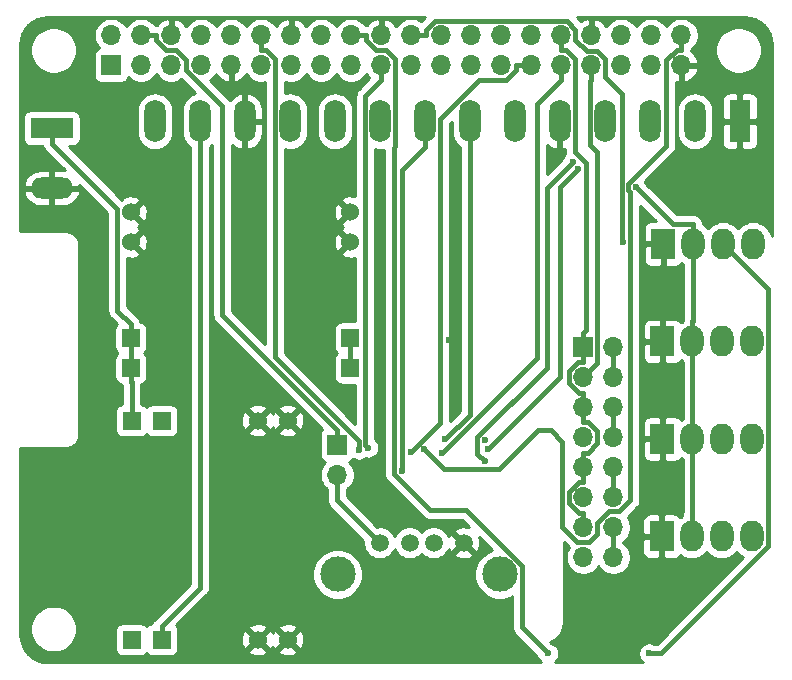
<source format=gbl>
G04 #@! TF.GenerationSoftware,KiCad,Pcbnew,(5.1.8)-1*
G04 #@! TF.CreationDate,2021-08-31T14:43:48+02:00*
G04 #@! TF.ProjectId,fanboard3,66616e62-6f61-4726-9433-2e6b69636164,rev?*
G04 #@! TF.SameCoordinates,Original*
G04 #@! TF.FileFunction,Copper,L2,Bot*
G04 #@! TF.FilePolarity,Positive*
%FSLAX46Y46*%
G04 Gerber Fmt 4.6, Leading zero omitted, Abs format (unit mm)*
G04 Created by KiCad (PCBNEW (5.1.8)-1) date 2021-08-31 14:43:48*
%MOMM*%
%LPD*%
G01*
G04 APERTURE LIST*
G04 #@! TA.AperFunction,ComponentPad*
%ADD10R,1.700000X1.700000*%
G04 #@! TD*
G04 #@! TA.AperFunction,ComponentPad*
%ADD11O,1.700000X1.700000*%
G04 #@! TD*
G04 #@! TA.AperFunction,ComponentPad*
%ADD12R,1.800000X3.600000*%
G04 #@! TD*
G04 #@! TA.AperFunction,ComponentPad*
%ADD13O,1.800000X3.600000*%
G04 #@! TD*
G04 #@! TA.AperFunction,ComponentPad*
%ADD14R,1.524000X1.524000*%
G04 #@! TD*
G04 #@! TA.AperFunction,ComponentPad*
%ADD15C,1.524000*%
G04 #@! TD*
G04 #@! TA.AperFunction,ComponentPad*
%ADD16C,1.500000*%
G04 #@! TD*
G04 #@! TA.AperFunction,ComponentPad*
%ADD17C,3.000000*%
G04 #@! TD*
G04 #@! TA.AperFunction,ComponentPad*
%ADD18R,2.000000X2.600000*%
G04 #@! TD*
G04 #@! TA.AperFunction,ComponentPad*
%ADD19O,2.000000X2.600000*%
G04 #@! TD*
G04 #@! TA.AperFunction,ComponentPad*
%ADD20R,3.600000X1.800000*%
G04 #@! TD*
G04 #@! TA.AperFunction,ComponentPad*
%ADD21O,3.600000X1.800000*%
G04 #@! TD*
G04 #@! TA.AperFunction,ViaPad*
%ADD22C,0.600000*%
G04 #@! TD*
G04 #@! TA.AperFunction,Conductor*
%ADD23C,0.400000*%
G04 #@! TD*
G04 #@! TA.AperFunction,Conductor*
%ADD24C,0.254000*%
G04 #@! TD*
G04 #@! TA.AperFunction,Conductor*
%ADD25C,0.100000*%
G04 #@! TD*
G04 APERTURE END LIST*
D10*
X248350000Y-122650000D03*
D11*
X250890000Y-122650000D03*
X248350000Y-125190000D03*
X250890000Y-125190000D03*
X248350000Y-127730000D03*
X250890000Y-127730000D03*
X248350000Y-130270000D03*
X250890000Y-130270000D03*
X248350000Y-132810000D03*
X250890000Y-132810000D03*
X248350000Y-135350000D03*
X250890000Y-135350000D03*
X248350000Y-137890000D03*
X250890000Y-137890000D03*
X248350000Y-140430000D03*
X250890000Y-140430000D03*
D12*
X261600000Y-103500000D03*
D13*
X257790000Y-103500000D03*
X253980000Y-103500000D03*
X250170000Y-103500000D03*
X246360000Y-103500000D03*
X242550000Y-103500000D03*
X238740000Y-103500000D03*
X234930000Y-103500000D03*
X231120000Y-103500000D03*
X227310000Y-103500000D03*
X223500000Y-103500000D03*
X219690000Y-103500000D03*
X215880000Y-103500000D03*
X212070000Y-103500000D03*
D14*
X210100000Y-147400000D03*
X210100000Y-128848000D03*
X212640000Y-147400000D03*
X212640000Y-128848000D03*
D15*
X220768000Y-147400000D03*
X220768000Y-128848000D03*
X223308000Y-147400000D03*
X223308000Y-128848000D03*
D14*
X228600000Y-124400000D03*
X210048000Y-124400000D03*
X228600000Y-121860000D03*
X210048000Y-121860000D03*
D15*
X228600000Y-113732000D03*
X210048000Y-113732000D03*
X228600000Y-111192000D03*
X210048000Y-111192000D03*
D10*
X227500000Y-130900000D03*
D11*
X227500000Y-133440000D03*
D16*
X238210000Y-139200000D03*
X235670000Y-139200000D03*
X233640000Y-139200000D03*
X231100000Y-139200000D03*
D17*
X241260000Y-141870000D03*
X227540000Y-141870000D03*
D18*
X254980000Y-138650000D03*
D19*
X257520000Y-138650000D03*
X260060000Y-138650000D03*
X262600000Y-138650000D03*
D18*
X255050000Y-130400000D03*
D19*
X257590000Y-130400000D03*
X260130000Y-130400000D03*
X262670000Y-130400000D03*
D18*
X255050000Y-122150000D03*
D19*
X257590000Y-122150000D03*
X260130000Y-122150000D03*
X262670000Y-122150000D03*
D18*
X255100000Y-113900000D03*
D19*
X257640000Y-113900000D03*
X260180000Y-113900000D03*
X262720000Y-113900000D03*
D20*
X203350000Y-104100000D03*
D21*
X203350000Y-109180000D03*
D10*
X208370000Y-98770000D03*
D11*
X208370000Y-96230000D03*
X210910000Y-98770000D03*
X210910000Y-96230000D03*
X213450000Y-98770000D03*
X213450000Y-96230000D03*
X215990000Y-98770000D03*
X215990000Y-96230000D03*
X218530000Y-98770000D03*
X218530000Y-96230000D03*
X221070000Y-98770000D03*
X221070000Y-96230000D03*
X223610000Y-98770000D03*
X223610000Y-96230000D03*
X226150000Y-98770000D03*
X226150000Y-96230000D03*
X228690000Y-98770000D03*
X228690000Y-96230000D03*
X231230000Y-98770000D03*
X231230000Y-96230000D03*
X233770000Y-98770000D03*
X233770000Y-96230000D03*
X236310000Y-98770000D03*
X236310000Y-96230000D03*
X238850000Y-98770000D03*
X238850000Y-96230000D03*
X241390000Y-98770000D03*
X241390000Y-96230000D03*
X243930000Y-98770000D03*
X243930000Y-96230000D03*
X246470000Y-98770000D03*
X246470000Y-96230000D03*
X249010000Y-98770000D03*
X249010000Y-96230000D03*
X251550000Y-98770000D03*
X251550000Y-96230000D03*
X254090000Y-98770000D03*
X254090000Y-96230000D03*
X256630000Y-98770000D03*
X256630000Y-96230000D03*
D22*
X230153000Y-135752200D03*
X236950000Y-122050000D03*
X240057800Y-130527000D03*
X233723900Y-131519600D03*
X236407300Y-131573800D03*
X253923300Y-148566000D03*
X245352800Y-148566000D03*
X251681200Y-113752600D03*
X229359100Y-131300900D03*
X230137800Y-131144600D03*
X234898000Y-131265600D03*
X247449800Y-106978900D03*
X240010800Y-132275700D03*
X240261400Y-131276000D03*
X247919200Y-107538200D03*
X236667600Y-130426400D03*
X232971200Y-133138400D03*
X252778200Y-109078900D03*
D23*
X242680000Y-98770000D02*
X242680000Y-99160700D01*
X242680000Y-99160700D02*
X241820700Y-100020000D01*
X241820700Y-100020000D02*
X239541500Y-100020000D01*
X239541500Y-100020000D02*
X236229800Y-103331700D01*
X236229800Y-103331700D02*
X236229800Y-129013700D01*
X236229800Y-129013700D02*
X233723900Y-131519600D01*
X243930000Y-98770000D02*
X242680000Y-98770000D01*
X236407300Y-131573800D02*
X244455000Y-123526100D01*
X244455000Y-123526100D02*
X244455000Y-102035000D01*
X244455000Y-102035000D02*
X246470000Y-100020000D01*
X246470000Y-98770000D02*
X246470000Y-100020000D01*
X253923300Y-148566000D02*
X254890900Y-148566000D01*
X254890900Y-148566000D02*
X264008200Y-139448700D01*
X264008200Y-139448700D02*
X264008200Y-117728200D01*
X264008200Y-117728200D02*
X260180000Y-113900000D01*
X228690000Y-96230000D02*
X229940000Y-96230000D01*
X229940000Y-96230000D02*
X229940000Y-96620700D01*
X229940000Y-96620700D02*
X230799300Y-97480000D01*
X230799300Y-97480000D02*
X231654100Y-97480000D01*
X231654100Y-97480000D02*
X232443800Y-98269700D01*
X232443800Y-98269700D02*
X232443800Y-105627400D01*
X232443800Y-105627400D02*
X232297700Y-105773500D01*
X232297700Y-105773500D02*
X232297700Y-133352100D01*
X232297700Y-133352100D02*
X235391500Y-136445900D01*
X235391500Y-136445900D02*
X238420800Y-136445900D01*
X238420800Y-136445900D02*
X243141300Y-141166400D01*
X243141300Y-141166400D02*
X243141300Y-146354500D01*
X243141300Y-146354500D02*
X245352800Y-148566000D01*
X235020000Y-96230000D02*
X235020000Y-95782000D01*
X235020000Y-95782000D02*
X235766400Y-95035600D01*
X235766400Y-95035600D02*
X246947600Y-95035600D01*
X246947600Y-95035600D02*
X247657100Y-95745100D01*
X247657100Y-95745100D02*
X247657100Y-96598500D01*
X247657100Y-96598500D02*
X248651200Y-97592600D01*
X248651200Y-97592600D02*
X249530500Y-97592600D01*
X249530500Y-97592600D02*
X250187400Y-98249500D01*
X250187400Y-98249500D02*
X250187400Y-99727500D01*
X250187400Y-99727500D02*
X251623600Y-101163700D01*
X251623600Y-101163700D02*
X251623600Y-113695000D01*
X251623600Y-113695000D02*
X251681200Y-113752600D01*
X233770000Y-96230000D02*
X235020000Y-96230000D01*
X221070000Y-96230000D02*
X221070000Y-97480000D01*
X221070000Y-97480000D02*
X221503200Y-97480000D01*
X221503200Y-97480000D02*
X222272500Y-98249300D01*
X222272500Y-98249300D02*
X222272500Y-123501700D01*
X222272500Y-123501700D02*
X229359100Y-130588300D01*
X229359100Y-130588300D02*
X229359100Y-131300900D01*
X231230000Y-98770000D02*
X231230000Y-100020000D01*
X231230000Y-100020000D02*
X229889500Y-101360500D01*
X229889500Y-101360500D02*
X229889500Y-130896300D01*
X229889500Y-130896300D02*
X230137800Y-131144600D01*
X248350000Y-122650000D02*
X248350000Y-121400000D01*
X246470000Y-96230000D02*
X246470000Y-97480000D01*
X246470000Y-97480000D02*
X246884400Y-97480000D01*
X246884400Y-97480000D02*
X247647400Y-98243000D01*
X247647400Y-98243000D02*
X247647400Y-106072300D01*
X247647400Y-106072300D02*
X248578700Y-107003600D01*
X248578700Y-107003600D02*
X248578700Y-121171300D01*
X248578700Y-121171300D02*
X248350000Y-121400000D01*
X248350000Y-127730000D02*
X248350000Y-126480000D01*
X248350000Y-122650000D02*
X248350000Y-123900000D01*
X248350000Y-123900000D02*
X247902800Y-123900000D01*
X247902800Y-123900000D02*
X247157800Y-124645000D01*
X247157800Y-124645000D02*
X247157800Y-125687100D01*
X247157800Y-125687100D02*
X247950700Y-126480000D01*
X247950700Y-126480000D02*
X248350000Y-126480000D01*
X248350000Y-132810000D02*
X248350000Y-134060000D01*
X248350000Y-137890000D02*
X248350000Y-136640000D01*
X248350000Y-136640000D02*
X247959300Y-136640000D01*
X247959300Y-136640000D02*
X247153800Y-135834500D01*
X247153800Y-135834500D02*
X247153800Y-134862900D01*
X247153800Y-134862900D02*
X247956700Y-134060000D01*
X247956700Y-134060000D02*
X248350000Y-134060000D01*
X248350000Y-132810000D02*
X248350000Y-131560000D01*
X248350000Y-127730000D02*
X248350000Y-128980000D01*
X248350000Y-128980000D02*
X248774300Y-128980000D01*
X248774300Y-128980000D02*
X249540500Y-129746200D01*
X249540500Y-129746200D02*
X249540500Y-130771400D01*
X249540500Y-130771400D02*
X248751900Y-131560000D01*
X248751900Y-131560000D02*
X248350000Y-131560000D01*
X249010000Y-98770000D02*
X249010000Y-100020000D01*
X249010000Y-100020000D02*
X248933400Y-100096600D01*
X248933400Y-100096600D02*
X248933400Y-105492000D01*
X248933400Y-105492000D02*
X249527400Y-106086000D01*
X249527400Y-106086000D02*
X249527400Y-124012600D01*
X249527400Y-124012600D02*
X248350000Y-125190000D01*
X256630000Y-97480000D02*
X256240200Y-97480000D01*
X256240200Y-97480000D02*
X255383100Y-98337100D01*
X255383100Y-98337100D02*
X255383100Y-105587000D01*
X255383100Y-105587000D02*
X252150900Y-108819200D01*
X252150900Y-108819200D02*
X252150900Y-109338600D01*
X252150900Y-109338600D02*
X252336800Y-109524500D01*
X252336800Y-109524500D02*
X252336800Y-135589600D01*
X252336800Y-135589600D02*
X251399000Y-136527400D01*
X251399000Y-136527400D02*
X250531200Y-136527400D01*
X250531200Y-136527400D02*
X249527400Y-137531200D01*
X249527400Y-137531200D02*
X249527400Y-138426700D01*
X249527400Y-138426700D02*
X248860000Y-139094100D01*
X248860000Y-139094100D02*
X247836000Y-139094100D01*
X247836000Y-139094100D02*
X246572600Y-137830700D01*
X246572600Y-137830700D02*
X246572600Y-130621800D01*
X246572600Y-130621800D02*
X245592100Y-129641300D01*
X245592100Y-129641300D02*
X244479100Y-129641300D01*
X244479100Y-129641300D02*
X241168800Y-132951600D01*
X241168800Y-132951600D02*
X236584000Y-132951600D01*
X236584000Y-132951600D02*
X234898000Y-131265600D01*
X256630000Y-96230000D02*
X256630000Y-97480000D01*
X210048000Y-124400000D02*
X210048000Y-125562000D01*
X210048000Y-125562000D02*
X210100000Y-125614000D01*
X210100000Y-125614000D02*
X210100000Y-128848000D01*
X210048000Y-121860000D02*
X210048000Y-124400000D01*
X210048000Y-121860000D02*
X210048000Y-120698000D01*
X203350000Y-104100000D02*
X203350000Y-105400000D01*
X203350000Y-105400000D02*
X208886000Y-110936000D01*
X208886000Y-110936000D02*
X208886000Y-119536000D01*
X208886000Y-119536000D02*
X210048000Y-120698000D01*
X250890000Y-125190000D02*
X250890000Y-122650000D01*
X247449800Y-106978900D02*
X245239800Y-109188900D01*
X245239800Y-109188900D02*
X245239800Y-124425100D01*
X245239800Y-124425100D02*
X239386000Y-130278900D01*
X239386000Y-130278900D02*
X239386000Y-131650900D01*
X239386000Y-131650900D02*
X240010800Y-132275700D01*
X247919200Y-107538200D02*
X246397500Y-109059900D01*
X246397500Y-109059900D02*
X246397500Y-125139900D01*
X246397500Y-125139900D02*
X240261400Y-131276000D01*
X236667600Y-130426400D02*
X238740000Y-128354000D01*
X238740000Y-128354000D02*
X238740000Y-103500000D01*
X234930000Y-103500000D02*
X234930000Y-105700000D01*
X232971200Y-133138400D02*
X232971200Y-107658800D01*
X232971200Y-107658800D02*
X234930000Y-105700000D01*
X227500000Y-130900000D02*
X227500000Y-129650000D01*
X210910000Y-96230000D02*
X212160000Y-96230000D01*
X212160000Y-96230000D02*
X212160000Y-96620700D01*
X212160000Y-96620700D02*
X213019300Y-97480000D01*
X213019300Y-97480000D02*
X213874100Y-97480000D01*
X213874100Y-97480000D02*
X214720000Y-98325900D01*
X214720000Y-98325900D02*
X214720000Y-99187200D01*
X214720000Y-99187200D02*
X217785000Y-102252200D01*
X217785000Y-102252200D02*
X217785000Y-119935000D01*
X217785000Y-119935000D02*
X227500000Y-129650000D01*
X231100000Y-139200000D02*
X227500000Y-135600000D01*
X227500000Y-135600000D02*
X227500000Y-133440000D01*
X228600000Y-121860000D02*
X228600000Y-124400000D01*
X212640000Y-147400000D02*
X212640000Y-146238000D01*
X215880000Y-103500000D02*
X215880000Y-142998000D01*
X215880000Y-142998000D02*
X212640000Y-146238000D01*
X257640000Y-112200000D02*
X255899300Y-112200000D01*
X255899300Y-112200000D02*
X252778200Y-109078900D01*
X257640000Y-113900000D02*
X257640000Y-112200000D01*
X257590000Y-120450000D02*
X257640000Y-120400000D01*
X257640000Y-120400000D02*
X257640000Y-113900000D01*
X257590000Y-122150000D02*
X257590000Y-130400000D01*
X257590000Y-121782000D02*
X257590000Y-122150000D01*
X257520000Y-138650000D02*
X257520000Y-136950000D01*
X257590000Y-130400000D02*
X257590000Y-136880000D01*
X257590000Y-136880000D02*
X257520000Y-136950000D01*
X257590000Y-121782000D02*
X257590000Y-120450000D01*
X250890000Y-130270000D02*
X250890000Y-127730000D01*
X250890000Y-135350000D02*
X250890000Y-132810000D01*
X250890000Y-140430000D02*
X250890000Y-137890000D01*
D24*
X254482003Y-111963571D02*
X254100000Y-111961928D01*
X253975518Y-111974188D01*
X253855820Y-112010498D01*
X253745506Y-112069463D01*
X253648815Y-112148815D01*
X253569463Y-112245506D01*
X253510498Y-112355820D01*
X253474188Y-112475518D01*
X253461928Y-112600000D01*
X253465000Y-113614250D01*
X253623750Y-113773000D01*
X254973000Y-113773000D01*
X254973000Y-113753000D01*
X255227000Y-113753000D01*
X255227000Y-113773000D01*
X255247000Y-113773000D01*
X255247000Y-114027000D01*
X255227000Y-114027000D01*
X255227000Y-115676250D01*
X255385750Y-115835000D01*
X256100000Y-115838072D01*
X256224482Y-115825812D01*
X256344180Y-115789502D01*
X256454494Y-115730537D01*
X256551185Y-115651185D01*
X256630537Y-115554494D01*
X256655739Y-115507345D01*
X256727249Y-115566031D01*
X256805001Y-115607590D01*
X256805000Y-120161313D01*
X256767082Y-120286312D01*
X256751525Y-120444267D01*
X256677248Y-120483969D01*
X256605739Y-120542655D01*
X256580537Y-120495506D01*
X256501185Y-120398815D01*
X256404494Y-120319463D01*
X256294180Y-120260498D01*
X256174482Y-120224188D01*
X256050000Y-120211928D01*
X255335750Y-120215000D01*
X255177000Y-120373750D01*
X255177000Y-122023000D01*
X255197000Y-122023000D01*
X255197000Y-122277000D01*
X255177000Y-122277000D01*
X255177000Y-123926250D01*
X255335750Y-124085000D01*
X256050000Y-124088072D01*
X256174482Y-124075812D01*
X256294180Y-124039502D01*
X256404494Y-123980537D01*
X256501185Y-123901185D01*
X256580537Y-123804494D01*
X256605739Y-123757345D01*
X256677249Y-123816031D01*
X256755000Y-123857590D01*
X256755001Y-128692409D01*
X256677248Y-128733969D01*
X256605739Y-128792655D01*
X256580537Y-128745506D01*
X256501185Y-128648815D01*
X256404494Y-128569463D01*
X256294180Y-128510498D01*
X256174482Y-128474188D01*
X256050000Y-128461928D01*
X255335750Y-128465000D01*
X255177000Y-128623750D01*
X255177000Y-130273000D01*
X255197000Y-130273000D01*
X255197000Y-130527000D01*
X255177000Y-130527000D01*
X255177000Y-132176250D01*
X255335750Y-132335000D01*
X256050000Y-132338072D01*
X256174482Y-132325812D01*
X256294180Y-132289502D01*
X256404494Y-132230537D01*
X256501185Y-132151185D01*
X256580537Y-132054494D01*
X256605739Y-132007345D01*
X256677249Y-132066031D01*
X256755000Y-132107590D01*
X256755001Y-136609882D01*
X256744828Y-136628914D01*
X256697082Y-136786312D01*
X256681525Y-136944267D01*
X256607248Y-136983969D01*
X256535739Y-137042655D01*
X256510537Y-136995506D01*
X256431185Y-136898815D01*
X256334494Y-136819463D01*
X256224180Y-136760498D01*
X256104482Y-136724188D01*
X255980000Y-136711928D01*
X255265750Y-136715000D01*
X255107000Y-136873750D01*
X255107000Y-138523000D01*
X255127000Y-138523000D01*
X255127000Y-138777000D01*
X255107000Y-138777000D01*
X255107000Y-140426250D01*
X255265750Y-140585000D01*
X255980000Y-140588072D01*
X256104482Y-140575812D01*
X256224180Y-140539502D01*
X256334494Y-140480537D01*
X256431185Y-140401185D01*
X256510537Y-140304494D01*
X256535739Y-140257345D01*
X256607249Y-140316031D01*
X256891286Y-140467852D01*
X257199485Y-140561343D01*
X257520000Y-140592911D01*
X257840516Y-140561343D01*
X258148715Y-140467852D01*
X258432752Y-140316031D01*
X258681714Y-140111714D01*
X258790000Y-139979767D01*
X258898286Y-140111714D01*
X259147249Y-140316031D01*
X259431286Y-140467852D01*
X259739485Y-140561343D01*
X260060000Y-140592911D01*
X260380516Y-140561343D01*
X260688715Y-140467852D01*
X260972752Y-140316031D01*
X261221714Y-140111714D01*
X261330000Y-139979767D01*
X261438286Y-140111714D01*
X261687249Y-140316031D01*
X261864994Y-140411038D01*
X254545033Y-147731000D01*
X254350704Y-147731000D01*
X254196029Y-147666932D01*
X254015389Y-147631000D01*
X253831211Y-147631000D01*
X253650571Y-147666932D01*
X253480411Y-147737414D01*
X253327272Y-147839738D01*
X253197038Y-147969972D01*
X253094714Y-148123111D01*
X253024232Y-148293271D01*
X252988300Y-148473911D01*
X252988300Y-148658089D01*
X253024232Y-148838729D01*
X253094714Y-149008889D01*
X253197038Y-149162028D01*
X253327272Y-149292262D01*
X253361302Y-149315000D01*
X245914798Y-149315000D01*
X245948828Y-149292262D01*
X246079062Y-149162028D01*
X246181386Y-149008889D01*
X246251868Y-148838729D01*
X246287800Y-148658089D01*
X246287800Y-148473911D01*
X246251868Y-148293271D01*
X246181386Y-148123111D01*
X246079062Y-147969972D01*
X245948828Y-147839738D01*
X245795689Y-147737414D01*
X245641014Y-147673346D01*
X245554812Y-147587145D01*
X245590075Y-147576229D01*
X245647279Y-147552182D01*
X245704873Y-147528913D01*
X245713317Y-147524423D01*
X245884994Y-147431598D01*
X245936468Y-147396878D01*
X245988418Y-147362883D01*
X245995829Y-147356839D01*
X246146207Y-147232435D01*
X246189973Y-147188362D01*
X246234311Y-147144943D01*
X246240408Y-147137574D01*
X246363758Y-146986332D01*
X246398126Y-146934603D01*
X246433191Y-146883392D01*
X246437739Y-146874981D01*
X246437740Y-146874980D01*
X246437742Y-146874976D01*
X246529366Y-146702657D01*
X246553022Y-146645261D01*
X246577482Y-146588193D01*
X246580310Y-146579056D01*
X246636719Y-146392220D01*
X246648780Y-146331310D01*
X246661686Y-146270591D01*
X246662686Y-146261079D01*
X246681731Y-146066845D01*
X246681731Y-146066837D01*
X246685000Y-146033647D01*
X246685000Y-139123968D01*
X247135592Y-139574560D01*
X247034010Y-139726589D01*
X246922068Y-139996842D01*
X246865000Y-140283740D01*
X246865000Y-140576260D01*
X246922068Y-140863158D01*
X247034010Y-141133411D01*
X247196525Y-141376632D01*
X247403368Y-141583475D01*
X247646589Y-141745990D01*
X247916842Y-141857932D01*
X248203740Y-141915000D01*
X248496260Y-141915000D01*
X248783158Y-141857932D01*
X249053411Y-141745990D01*
X249296632Y-141583475D01*
X249503475Y-141376632D01*
X249620000Y-141202240D01*
X249736525Y-141376632D01*
X249943368Y-141583475D01*
X250186589Y-141745990D01*
X250456842Y-141857932D01*
X250743740Y-141915000D01*
X251036260Y-141915000D01*
X251323158Y-141857932D01*
X251593411Y-141745990D01*
X251836632Y-141583475D01*
X252043475Y-141376632D01*
X252205990Y-141133411D01*
X252317932Y-140863158D01*
X252375000Y-140576260D01*
X252375000Y-140283740D01*
X252317932Y-139996842D01*
X252298530Y-139950000D01*
X253341928Y-139950000D01*
X253354188Y-140074482D01*
X253390498Y-140194180D01*
X253449463Y-140304494D01*
X253528815Y-140401185D01*
X253625506Y-140480537D01*
X253735820Y-140539502D01*
X253855518Y-140575812D01*
X253980000Y-140588072D01*
X254694250Y-140585000D01*
X254853000Y-140426250D01*
X254853000Y-138777000D01*
X253503750Y-138777000D01*
X253345000Y-138935750D01*
X253341928Y-139950000D01*
X252298530Y-139950000D01*
X252205990Y-139726589D01*
X252043475Y-139483368D01*
X251836632Y-139276525D01*
X251725000Y-139201935D01*
X251725000Y-139118065D01*
X251836632Y-139043475D01*
X252043475Y-138836632D01*
X252205990Y-138593411D01*
X252317932Y-138323158D01*
X252375000Y-138036260D01*
X252375000Y-137743740D01*
X252317932Y-137456842D01*
X252273677Y-137350000D01*
X253341928Y-137350000D01*
X253345000Y-138364250D01*
X253503750Y-138523000D01*
X254853000Y-138523000D01*
X254853000Y-136873750D01*
X254694250Y-136715000D01*
X253980000Y-136711928D01*
X253855518Y-136724188D01*
X253735820Y-136760498D01*
X253625506Y-136819463D01*
X253528815Y-136898815D01*
X253449463Y-136995506D01*
X253390498Y-137105820D01*
X253354188Y-137225518D01*
X253341928Y-137350000D01*
X252273677Y-137350000D01*
X252205990Y-137186589D01*
X252091710Y-137015557D01*
X252898226Y-136209042D01*
X252930091Y-136182891D01*
X253034436Y-136055746D01*
X253111972Y-135910687D01*
X253159718Y-135753289D01*
X253171800Y-135630619D01*
X253171800Y-135630609D01*
X253175839Y-135589601D01*
X253171800Y-135548593D01*
X253171800Y-131700000D01*
X253411928Y-131700000D01*
X253424188Y-131824482D01*
X253460498Y-131944180D01*
X253519463Y-132054494D01*
X253598815Y-132151185D01*
X253695506Y-132230537D01*
X253805820Y-132289502D01*
X253925518Y-132325812D01*
X254050000Y-132338072D01*
X254764250Y-132335000D01*
X254923000Y-132176250D01*
X254923000Y-130527000D01*
X253573750Y-130527000D01*
X253415000Y-130685750D01*
X253411928Y-131700000D01*
X253171800Y-131700000D01*
X253171800Y-129100000D01*
X253411928Y-129100000D01*
X253415000Y-130114250D01*
X253573750Y-130273000D01*
X254923000Y-130273000D01*
X254923000Y-128623750D01*
X254764250Y-128465000D01*
X254050000Y-128461928D01*
X253925518Y-128474188D01*
X253805820Y-128510498D01*
X253695506Y-128569463D01*
X253598815Y-128648815D01*
X253519463Y-128745506D01*
X253460498Y-128855820D01*
X253424188Y-128975518D01*
X253411928Y-129100000D01*
X253171800Y-129100000D01*
X253171800Y-123450000D01*
X253411928Y-123450000D01*
X253424188Y-123574482D01*
X253460498Y-123694180D01*
X253519463Y-123804494D01*
X253598815Y-123901185D01*
X253695506Y-123980537D01*
X253805820Y-124039502D01*
X253925518Y-124075812D01*
X254050000Y-124088072D01*
X254764250Y-124085000D01*
X254923000Y-123926250D01*
X254923000Y-122277000D01*
X253573750Y-122277000D01*
X253415000Y-122435750D01*
X253411928Y-123450000D01*
X253171800Y-123450000D01*
X253171800Y-120850000D01*
X253411928Y-120850000D01*
X253415000Y-121864250D01*
X253573750Y-122023000D01*
X254923000Y-122023000D01*
X254923000Y-120373750D01*
X254764250Y-120215000D01*
X254050000Y-120211928D01*
X253925518Y-120224188D01*
X253805820Y-120260498D01*
X253695506Y-120319463D01*
X253598815Y-120398815D01*
X253519463Y-120495506D01*
X253460498Y-120605820D01*
X253424188Y-120725518D01*
X253411928Y-120850000D01*
X253171800Y-120850000D01*
X253171800Y-115200000D01*
X253461928Y-115200000D01*
X253474188Y-115324482D01*
X253510498Y-115444180D01*
X253569463Y-115554494D01*
X253648815Y-115651185D01*
X253745506Y-115730537D01*
X253855820Y-115789502D01*
X253975518Y-115825812D01*
X254100000Y-115838072D01*
X254814250Y-115835000D01*
X254973000Y-115676250D01*
X254973000Y-114027000D01*
X253623750Y-114027000D01*
X253465000Y-114185750D01*
X253461928Y-115200000D01*
X253171800Y-115200000D01*
X253171800Y-110653368D01*
X254482003Y-111963571D01*
G04 #@! TA.AperFunction,Conductor*
D25*
G36*
X254482003Y-111963571D02*
G01*
X254100000Y-111961928D01*
X253975518Y-111974188D01*
X253855820Y-112010498D01*
X253745506Y-112069463D01*
X253648815Y-112148815D01*
X253569463Y-112245506D01*
X253510498Y-112355820D01*
X253474188Y-112475518D01*
X253461928Y-112600000D01*
X253465000Y-113614250D01*
X253623750Y-113773000D01*
X254973000Y-113773000D01*
X254973000Y-113753000D01*
X255227000Y-113753000D01*
X255227000Y-113773000D01*
X255247000Y-113773000D01*
X255247000Y-114027000D01*
X255227000Y-114027000D01*
X255227000Y-115676250D01*
X255385750Y-115835000D01*
X256100000Y-115838072D01*
X256224482Y-115825812D01*
X256344180Y-115789502D01*
X256454494Y-115730537D01*
X256551185Y-115651185D01*
X256630537Y-115554494D01*
X256655739Y-115507345D01*
X256727249Y-115566031D01*
X256805001Y-115607590D01*
X256805000Y-120161313D01*
X256767082Y-120286312D01*
X256751525Y-120444267D01*
X256677248Y-120483969D01*
X256605739Y-120542655D01*
X256580537Y-120495506D01*
X256501185Y-120398815D01*
X256404494Y-120319463D01*
X256294180Y-120260498D01*
X256174482Y-120224188D01*
X256050000Y-120211928D01*
X255335750Y-120215000D01*
X255177000Y-120373750D01*
X255177000Y-122023000D01*
X255197000Y-122023000D01*
X255197000Y-122277000D01*
X255177000Y-122277000D01*
X255177000Y-123926250D01*
X255335750Y-124085000D01*
X256050000Y-124088072D01*
X256174482Y-124075812D01*
X256294180Y-124039502D01*
X256404494Y-123980537D01*
X256501185Y-123901185D01*
X256580537Y-123804494D01*
X256605739Y-123757345D01*
X256677249Y-123816031D01*
X256755000Y-123857590D01*
X256755001Y-128692409D01*
X256677248Y-128733969D01*
X256605739Y-128792655D01*
X256580537Y-128745506D01*
X256501185Y-128648815D01*
X256404494Y-128569463D01*
X256294180Y-128510498D01*
X256174482Y-128474188D01*
X256050000Y-128461928D01*
X255335750Y-128465000D01*
X255177000Y-128623750D01*
X255177000Y-130273000D01*
X255197000Y-130273000D01*
X255197000Y-130527000D01*
X255177000Y-130527000D01*
X255177000Y-132176250D01*
X255335750Y-132335000D01*
X256050000Y-132338072D01*
X256174482Y-132325812D01*
X256294180Y-132289502D01*
X256404494Y-132230537D01*
X256501185Y-132151185D01*
X256580537Y-132054494D01*
X256605739Y-132007345D01*
X256677249Y-132066031D01*
X256755000Y-132107590D01*
X256755001Y-136609882D01*
X256744828Y-136628914D01*
X256697082Y-136786312D01*
X256681525Y-136944267D01*
X256607248Y-136983969D01*
X256535739Y-137042655D01*
X256510537Y-136995506D01*
X256431185Y-136898815D01*
X256334494Y-136819463D01*
X256224180Y-136760498D01*
X256104482Y-136724188D01*
X255980000Y-136711928D01*
X255265750Y-136715000D01*
X255107000Y-136873750D01*
X255107000Y-138523000D01*
X255127000Y-138523000D01*
X255127000Y-138777000D01*
X255107000Y-138777000D01*
X255107000Y-140426250D01*
X255265750Y-140585000D01*
X255980000Y-140588072D01*
X256104482Y-140575812D01*
X256224180Y-140539502D01*
X256334494Y-140480537D01*
X256431185Y-140401185D01*
X256510537Y-140304494D01*
X256535739Y-140257345D01*
X256607249Y-140316031D01*
X256891286Y-140467852D01*
X257199485Y-140561343D01*
X257520000Y-140592911D01*
X257840516Y-140561343D01*
X258148715Y-140467852D01*
X258432752Y-140316031D01*
X258681714Y-140111714D01*
X258790000Y-139979767D01*
X258898286Y-140111714D01*
X259147249Y-140316031D01*
X259431286Y-140467852D01*
X259739485Y-140561343D01*
X260060000Y-140592911D01*
X260380516Y-140561343D01*
X260688715Y-140467852D01*
X260972752Y-140316031D01*
X261221714Y-140111714D01*
X261330000Y-139979767D01*
X261438286Y-140111714D01*
X261687249Y-140316031D01*
X261864994Y-140411038D01*
X254545033Y-147731000D01*
X254350704Y-147731000D01*
X254196029Y-147666932D01*
X254015389Y-147631000D01*
X253831211Y-147631000D01*
X253650571Y-147666932D01*
X253480411Y-147737414D01*
X253327272Y-147839738D01*
X253197038Y-147969972D01*
X253094714Y-148123111D01*
X253024232Y-148293271D01*
X252988300Y-148473911D01*
X252988300Y-148658089D01*
X253024232Y-148838729D01*
X253094714Y-149008889D01*
X253197038Y-149162028D01*
X253327272Y-149292262D01*
X253361302Y-149315000D01*
X245914798Y-149315000D01*
X245948828Y-149292262D01*
X246079062Y-149162028D01*
X246181386Y-149008889D01*
X246251868Y-148838729D01*
X246287800Y-148658089D01*
X246287800Y-148473911D01*
X246251868Y-148293271D01*
X246181386Y-148123111D01*
X246079062Y-147969972D01*
X245948828Y-147839738D01*
X245795689Y-147737414D01*
X245641014Y-147673346D01*
X245554812Y-147587145D01*
X245590075Y-147576229D01*
X245647279Y-147552182D01*
X245704873Y-147528913D01*
X245713317Y-147524423D01*
X245884994Y-147431598D01*
X245936468Y-147396878D01*
X245988418Y-147362883D01*
X245995829Y-147356839D01*
X246146207Y-147232435D01*
X246189973Y-147188362D01*
X246234311Y-147144943D01*
X246240408Y-147137574D01*
X246363758Y-146986332D01*
X246398126Y-146934603D01*
X246433191Y-146883392D01*
X246437739Y-146874981D01*
X246437740Y-146874980D01*
X246437742Y-146874976D01*
X246529366Y-146702657D01*
X246553022Y-146645261D01*
X246577482Y-146588193D01*
X246580310Y-146579056D01*
X246636719Y-146392220D01*
X246648780Y-146331310D01*
X246661686Y-146270591D01*
X246662686Y-146261079D01*
X246681731Y-146066845D01*
X246681731Y-146066837D01*
X246685000Y-146033647D01*
X246685000Y-139123968D01*
X247135592Y-139574560D01*
X247034010Y-139726589D01*
X246922068Y-139996842D01*
X246865000Y-140283740D01*
X246865000Y-140576260D01*
X246922068Y-140863158D01*
X247034010Y-141133411D01*
X247196525Y-141376632D01*
X247403368Y-141583475D01*
X247646589Y-141745990D01*
X247916842Y-141857932D01*
X248203740Y-141915000D01*
X248496260Y-141915000D01*
X248783158Y-141857932D01*
X249053411Y-141745990D01*
X249296632Y-141583475D01*
X249503475Y-141376632D01*
X249620000Y-141202240D01*
X249736525Y-141376632D01*
X249943368Y-141583475D01*
X250186589Y-141745990D01*
X250456842Y-141857932D01*
X250743740Y-141915000D01*
X251036260Y-141915000D01*
X251323158Y-141857932D01*
X251593411Y-141745990D01*
X251836632Y-141583475D01*
X252043475Y-141376632D01*
X252205990Y-141133411D01*
X252317932Y-140863158D01*
X252375000Y-140576260D01*
X252375000Y-140283740D01*
X252317932Y-139996842D01*
X252298530Y-139950000D01*
X253341928Y-139950000D01*
X253354188Y-140074482D01*
X253390498Y-140194180D01*
X253449463Y-140304494D01*
X253528815Y-140401185D01*
X253625506Y-140480537D01*
X253735820Y-140539502D01*
X253855518Y-140575812D01*
X253980000Y-140588072D01*
X254694250Y-140585000D01*
X254853000Y-140426250D01*
X254853000Y-138777000D01*
X253503750Y-138777000D01*
X253345000Y-138935750D01*
X253341928Y-139950000D01*
X252298530Y-139950000D01*
X252205990Y-139726589D01*
X252043475Y-139483368D01*
X251836632Y-139276525D01*
X251725000Y-139201935D01*
X251725000Y-139118065D01*
X251836632Y-139043475D01*
X252043475Y-138836632D01*
X252205990Y-138593411D01*
X252317932Y-138323158D01*
X252375000Y-138036260D01*
X252375000Y-137743740D01*
X252317932Y-137456842D01*
X252273677Y-137350000D01*
X253341928Y-137350000D01*
X253345000Y-138364250D01*
X253503750Y-138523000D01*
X254853000Y-138523000D01*
X254853000Y-136873750D01*
X254694250Y-136715000D01*
X253980000Y-136711928D01*
X253855518Y-136724188D01*
X253735820Y-136760498D01*
X253625506Y-136819463D01*
X253528815Y-136898815D01*
X253449463Y-136995506D01*
X253390498Y-137105820D01*
X253354188Y-137225518D01*
X253341928Y-137350000D01*
X252273677Y-137350000D01*
X252205990Y-137186589D01*
X252091710Y-137015557D01*
X252898226Y-136209042D01*
X252930091Y-136182891D01*
X253034436Y-136055746D01*
X253111972Y-135910687D01*
X253159718Y-135753289D01*
X253171800Y-135630619D01*
X253171800Y-135630609D01*
X253175839Y-135589601D01*
X253171800Y-135548593D01*
X253171800Y-131700000D01*
X253411928Y-131700000D01*
X253424188Y-131824482D01*
X253460498Y-131944180D01*
X253519463Y-132054494D01*
X253598815Y-132151185D01*
X253695506Y-132230537D01*
X253805820Y-132289502D01*
X253925518Y-132325812D01*
X254050000Y-132338072D01*
X254764250Y-132335000D01*
X254923000Y-132176250D01*
X254923000Y-130527000D01*
X253573750Y-130527000D01*
X253415000Y-130685750D01*
X253411928Y-131700000D01*
X253171800Y-131700000D01*
X253171800Y-129100000D01*
X253411928Y-129100000D01*
X253415000Y-130114250D01*
X253573750Y-130273000D01*
X254923000Y-130273000D01*
X254923000Y-128623750D01*
X254764250Y-128465000D01*
X254050000Y-128461928D01*
X253925518Y-128474188D01*
X253805820Y-128510498D01*
X253695506Y-128569463D01*
X253598815Y-128648815D01*
X253519463Y-128745506D01*
X253460498Y-128855820D01*
X253424188Y-128975518D01*
X253411928Y-129100000D01*
X253171800Y-129100000D01*
X253171800Y-123450000D01*
X253411928Y-123450000D01*
X253424188Y-123574482D01*
X253460498Y-123694180D01*
X253519463Y-123804494D01*
X253598815Y-123901185D01*
X253695506Y-123980537D01*
X253805820Y-124039502D01*
X253925518Y-124075812D01*
X254050000Y-124088072D01*
X254764250Y-124085000D01*
X254923000Y-123926250D01*
X254923000Y-122277000D01*
X253573750Y-122277000D01*
X253415000Y-122435750D01*
X253411928Y-123450000D01*
X253171800Y-123450000D01*
X253171800Y-120850000D01*
X253411928Y-120850000D01*
X253415000Y-121864250D01*
X253573750Y-122023000D01*
X254923000Y-122023000D01*
X254923000Y-120373750D01*
X254764250Y-120215000D01*
X254050000Y-120211928D01*
X253925518Y-120224188D01*
X253805820Y-120260498D01*
X253695506Y-120319463D01*
X253598815Y-120398815D01*
X253519463Y-120495506D01*
X253460498Y-120605820D01*
X253424188Y-120725518D01*
X253411928Y-120850000D01*
X253171800Y-120850000D01*
X253171800Y-115200000D01*
X253461928Y-115200000D01*
X253474188Y-115324482D01*
X253510498Y-115444180D01*
X253569463Y-115554494D01*
X253648815Y-115651185D01*
X253745506Y-115730537D01*
X253855820Y-115789502D01*
X253975518Y-115825812D01*
X254100000Y-115838072D01*
X254814250Y-115835000D01*
X254973000Y-115676250D01*
X254973000Y-114027000D01*
X253623750Y-114027000D01*
X253465000Y-114185750D01*
X253461928Y-115200000D01*
X253171800Y-115200000D01*
X253171800Y-110653368D01*
X254482003Y-111963571D01*
G37*
G04 #@! TD.AperFunction*
D24*
X234613511Y-95007622D02*
X234473411Y-94914010D01*
X234203158Y-94802068D01*
X233916260Y-94745000D01*
X233623740Y-94745000D01*
X233336842Y-94802068D01*
X233066589Y-94914010D01*
X232823368Y-95076525D01*
X232616525Y-95283368D01*
X232494805Y-95465534D01*
X232425178Y-95348645D01*
X232230269Y-95132412D01*
X231996920Y-94958359D01*
X231734099Y-94833175D01*
X231586890Y-94788524D01*
X231357000Y-94909845D01*
X231357000Y-96103000D01*
X231377000Y-96103000D01*
X231377000Y-96357000D01*
X231357000Y-96357000D01*
X231357000Y-96377000D01*
X231103000Y-96377000D01*
X231103000Y-96357000D01*
X231083000Y-96357000D01*
X231083000Y-96103000D01*
X231103000Y-96103000D01*
X231103000Y-94909845D01*
X230873110Y-94788524D01*
X230725901Y-94833175D01*
X230463080Y-94958359D01*
X230229731Y-95132412D01*
X230034822Y-95348645D01*
X230005758Y-95397437D01*
X229981019Y-95395000D01*
X229981018Y-95395000D01*
X229940000Y-95390960D01*
X229916887Y-95393236D01*
X229843475Y-95283368D01*
X229636632Y-95076525D01*
X229393411Y-94914010D01*
X229123158Y-94802068D01*
X228836260Y-94745000D01*
X228543740Y-94745000D01*
X228256842Y-94802068D01*
X227986589Y-94914010D01*
X227743368Y-95076525D01*
X227536525Y-95283368D01*
X227420000Y-95457760D01*
X227303475Y-95283368D01*
X227096632Y-95076525D01*
X226853411Y-94914010D01*
X226583158Y-94802068D01*
X226296260Y-94745000D01*
X226003740Y-94745000D01*
X225716842Y-94802068D01*
X225446589Y-94914010D01*
X225203368Y-95076525D01*
X224996525Y-95283368D01*
X224874805Y-95465534D01*
X224805178Y-95348645D01*
X224610269Y-95132412D01*
X224376920Y-94958359D01*
X224114099Y-94833175D01*
X223966890Y-94788524D01*
X223737000Y-94909845D01*
X223737000Y-96103000D01*
X223757000Y-96103000D01*
X223757000Y-96357000D01*
X223737000Y-96357000D01*
X223737000Y-96377000D01*
X223483000Y-96377000D01*
X223483000Y-96357000D01*
X223463000Y-96357000D01*
X223463000Y-96103000D01*
X223483000Y-96103000D01*
X223483000Y-94909845D01*
X223253110Y-94788524D01*
X223105901Y-94833175D01*
X222843080Y-94958359D01*
X222609731Y-95132412D01*
X222414822Y-95348645D01*
X222345195Y-95465534D01*
X222223475Y-95283368D01*
X222016632Y-95076525D01*
X221773411Y-94914010D01*
X221503158Y-94802068D01*
X221216260Y-94745000D01*
X220923740Y-94745000D01*
X220636842Y-94802068D01*
X220366589Y-94914010D01*
X220123368Y-95076525D01*
X219916525Y-95283368D01*
X219800000Y-95457760D01*
X219683475Y-95283368D01*
X219476632Y-95076525D01*
X219233411Y-94914010D01*
X218963158Y-94802068D01*
X218676260Y-94745000D01*
X218383740Y-94745000D01*
X218096842Y-94802068D01*
X217826589Y-94914010D01*
X217583368Y-95076525D01*
X217376525Y-95283368D01*
X217260000Y-95457760D01*
X217143475Y-95283368D01*
X216936632Y-95076525D01*
X216693411Y-94914010D01*
X216423158Y-94802068D01*
X216136260Y-94745000D01*
X215843740Y-94745000D01*
X215556842Y-94802068D01*
X215286589Y-94914010D01*
X215043368Y-95076525D01*
X214836525Y-95283368D01*
X214714805Y-95465534D01*
X214645178Y-95348645D01*
X214450269Y-95132412D01*
X214216920Y-94958359D01*
X213954099Y-94833175D01*
X213806890Y-94788524D01*
X213577000Y-94909845D01*
X213577000Y-96103000D01*
X213597000Y-96103000D01*
X213597000Y-96357000D01*
X213577000Y-96357000D01*
X213577000Y-96377000D01*
X213323000Y-96377000D01*
X213323000Y-96357000D01*
X213303000Y-96357000D01*
X213303000Y-96103000D01*
X213323000Y-96103000D01*
X213323000Y-94909845D01*
X213093110Y-94788524D01*
X212945901Y-94833175D01*
X212683080Y-94958359D01*
X212449731Y-95132412D01*
X212254822Y-95348645D01*
X212225758Y-95397437D01*
X212201019Y-95395000D01*
X212201018Y-95395000D01*
X212160000Y-95390960D01*
X212136887Y-95393236D01*
X212063475Y-95283368D01*
X211856632Y-95076525D01*
X211613411Y-94914010D01*
X211343158Y-94802068D01*
X211056260Y-94745000D01*
X210763740Y-94745000D01*
X210476842Y-94802068D01*
X210206589Y-94914010D01*
X209963368Y-95076525D01*
X209756525Y-95283368D01*
X209640000Y-95457760D01*
X209523475Y-95283368D01*
X209316632Y-95076525D01*
X209073411Y-94914010D01*
X208803158Y-94802068D01*
X208516260Y-94745000D01*
X208223740Y-94745000D01*
X207936842Y-94802068D01*
X207666589Y-94914010D01*
X207423368Y-95076525D01*
X207216525Y-95283368D01*
X207054010Y-95526589D01*
X206942068Y-95796842D01*
X206885000Y-96083740D01*
X206885000Y-96376260D01*
X206942068Y-96663158D01*
X207054010Y-96933411D01*
X207216525Y-97176632D01*
X207348380Y-97308487D01*
X207275820Y-97330498D01*
X207165506Y-97389463D01*
X207068815Y-97468815D01*
X206989463Y-97565506D01*
X206930498Y-97675820D01*
X206894188Y-97795518D01*
X206881928Y-97920000D01*
X206881928Y-99620000D01*
X206894188Y-99744482D01*
X206930498Y-99864180D01*
X206989463Y-99974494D01*
X207068815Y-100071185D01*
X207165506Y-100150537D01*
X207275820Y-100209502D01*
X207395518Y-100245812D01*
X207520000Y-100258072D01*
X209220000Y-100258072D01*
X209344482Y-100245812D01*
X209464180Y-100209502D01*
X209574494Y-100150537D01*
X209671185Y-100071185D01*
X209750537Y-99974494D01*
X209809502Y-99864180D01*
X209831513Y-99791620D01*
X209963368Y-99923475D01*
X210206589Y-100085990D01*
X210476842Y-100197932D01*
X210763740Y-100255000D01*
X211056260Y-100255000D01*
X211343158Y-100197932D01*
X211613411Y-100085990D01*
X211856632Y-99923475D01*
X212063475Y-99716632D01*
X212180000Y-99542240D01*
X212296525Y-99716632D01*
X212503368Y-99923475D01*
X212746589Y-100085990D01*
X213016842Y-100197932D01*
X213303740Y-100255000D01*
X213596260Y-100255000D01*
X213883158Y-100197932D01*
X214153411Y-100085990D01*
X214323963Y-99972031D01*
X215471714Y-101119782D01*
X215289740Y-101174983D01*
X215023074Y-101317519D01*
X214789340Y-101509339D01*
X214597520Y-101743073D01*
X214454984Y-102009739D01*
X214367211Y-102299087D01*
X214345000Y-102524592D01*
X214345000Y-104475407D01*
X214367210Y-104700912D01*
X214454983Y-104990260D01*
X214597519Y-105256926D01*
X214789339Y-105490661D01*
X215023073Y-105682481D01*
X215045000Y-105694201D01*
X215045001Y-142652130D01*
X212078574Y-145618559D01*
X212046710Y-145644709D01*
X211981687Y-145723940D01*
X211942364Y-145771855D01*
X211864828Y-145916914D01*
X211838465Y-146003822D01*
X211753518Y-146012188D01*
X211633820Y-146048498D01*
X211523506Y-146107463D01*
X211426815Y-146186815D01*
X211370000Y-146256044D01*
X211313185Y-146186815D01*
X211216494Y-146107463D01*
X211106180Y-146048498D01*
X210986482Y-146012188D01*
X210862000Y-145999928D01*
X209338000Y-145999928D01*
X209213518Y-146012188D01*
X209093820Y-146048498D01*
X208983506Y-146107463D01*
X208886815Y-146186815D01*
X208807463Y-146283506D01*
X208748498Y-146393820D01*
X208712188Y-146513518D01*
X208699928Y-146638000D01*
X208699928Y-148162000D01*
X208712188Y-148286482D01*
X208748498Y-148406180D01*
X208807463Y-148516494D01*
X208886815Y-148613185D01*
X208983506Y-148692537D01*
X209093820Y-148751502D01*
X209213518Y-148787812D01*
X209338000Y-148800072D01*
X210862000Y-148800072D01*
X210986482Y-148787812D01*
X211106180Y-148751502D01*
X211216494Y-148692537D01*
X211313185Y-148613185D01*
X211370000Y-148543956D01*
X211426815Y-148613185D01*
X211523506Y-148692537D01*
X211633820Y-148751502D01*
X211753518Y-148787812D01*
X211878000Y-148800072D01*
X213402000Y-148800072D01*
X213526482Y-148787812D01*
X213646180Y-148751502D01*
X213756494Y-148692537D01*
X213853185Y-148613185D01*
X213932537Y-148516494D01*
X213991502Y-148406180D01*
X214003822Y-148365565D01*
X219982040Y-148365565D01*
X220049020Y-148605656D01*
X220298048Y-148722756D01*
X220565135Y-148789023D01*
X220840017Y-148801910D01*
X221112133Y-148760922D01*
X221371023Y-148667636D01*
X221486980Y-148605656D01*
X221553960Y-148365565D01*
X222522040Y-148365565D01*
X222589020Y-148605656D01*
X222838048Y-148722756D01*
X223105135Y-148789023D01*
X223380017Y-148801910D01*
X223652133Y-148760922D01*
X223911023Y-148667636D01*
X224026980Y-148605656D01*
X224093960Y-148365565D01*
X223308000Y-147579605D01*
X222522040Y-148365565D01*
X221553960Y-148365565D01*
X220768000Y-147579605D01*
X219982040Y-148365565D01*
X214003822Y-148365565D01*
X214027812Y-148286482D01*
X214040072Y-148162000D01*
X214040072Y-147472017D01*
X219366090Y-147472017D01*
X219407078Y-147744133D01*
X219500364Y-148003023D01*
X219562344Y-148118980D01*
X219802435Y-148185960D01*
X220588395Y-147400000D01*
X220947605Y-147400000D01*
X221733565Y-148185960D01*
X221973656Y-148118980D01*
X222035079Y-147988356D01*
X222040364Y-148003023D01*
X222102344Y-148118980D01*
X222342435Y-148185960D01*
X223128395Y-147400000D01*
X223487605Y-147400000D01*
X224273565Y-148185960D01*
X224513656Y-148118980D01*
X224630756Y-147869952D01*
X224697023Y-147602865D01*
X224709910Y-147327983D01*
X224668922Y-147055867D01*
X224575636Y-146796977D01*
X224513656Y-146681020D01*
X224273565Y-146614040D01*
X223487605Y-147400000D01*
X223128395Y-147400000D01*
X222342435Y-146614040D01*
X222102344Y-146681020D01*
X222040921Y-146811644D01*
X222035636Y-146796977D01*
X221973656Y-146681020D01*
X221733565Y-146614040D01*
X220947605Y-147400000D01*
X220588395Y-147400000D01*
X219802435Y-146614040D01*
X219562344Y-146681020D01*
X219445244Y-146930048D01*
X219378977Y-147197135D01*
X219366090Y-147472017D01*
X214040072Y-147472017D01*
X214040072Y-146638000D01*
X214027812Y-146513518D01*
X214003823Y-146434435D01*
X219982040Y-146434435D01*
X220768000Y-147220395D01*
X221553960Y-146434435D01*
X222522040Y-146434435D01*
X223308000Y-147220395D01*
X224093960Y-146434435D01*
X224026980Y-146194344D01*
X223777952Y-146077244D01*
X223510865Y-146010977D01*
X223235983Y-145998090D01*
X222963867Y-146039078D01*
X222704977Y-146132364D01*
X222589020Y-146194344D01*
X222522040Y-146434435D01*
X221553960Y-146434435D01*
X221486980Y-146194344D01*
X221237952Y-146077244D01*
X220970865Y-146010977D01*
X220695983Y-145998090D01*
X220423867Y-146039078D01*
X220164977Y-146132364D01*
X220049020Y-146194344D01*
X219982040Y-146434435D01*
X214003823Y-146434435D01*
X213991502Y-146393820D01*
X213932537Y-146283506D01*
X213861690Y-146197178D01*
X216441432Y-143617437D01*
X216473291Y-143591291D01*
X216577636Y-143464146D01*
X216655172Y-143319087D01*
X216702918Y-143161689D01*
X216715000Y-143039019D01*
X216719040Y-142998000D01*
X216715000Y-142956982D01*
X216715000Y-141659721D01*
X225405000Y-141659721D01*
X225405000Y-142080279D01*
X225487047Y-142492756D01*
X225647988Y-142881302D01*
X225881637Y-143230983D01*
X226179017Y-143528363D01*
X226528698Y-143762012D01*
X226917244Y-143922953D01*
X227329721Y-144005000D01*
X227750279Y-144005000D01*
X228162756Y-143922953D01*
X228551302Y-143762012D01*
X228900983Y-143528363D01*
X229198363Y-143230983D01*
X229432012Y-142881302D01*
X229592953Y-142492756D01*
X229675000Y-142080279D01*
X229675000Y-141659721D01*
X229592953Y-141247244D01*
X229432012Y-140858698D01*
X229198363Y-140509017D01*
X228900983Y-140211637D01*
X228551302Y-139977988D01*
X228162756Y-139817047D01*
X227750279Y-139735000D01*
X227329721Y-139735000D01*
X226917244Y-139817047D01*
X226528698Y-139977988D01*
X226179017Y-140211637D01*
X225881637Y-140509017D01*
X225647988Y-140858698D01*
X225487047Y-141247244D01*
X225405000Y-141659721D01*
X216715000Y-141659721D01*
X216715000Y-129813565D01*
X219982040Y-129813565D01*
X220049020Y-130053656D01*
X220298048Y-130170756D01*
X220565135Y-130237023D01*
X220840017Y-130249910D01*
X221112133Y-130208922D01*
X221371023Y-130115636D01*
X221486980Y-130053656D01*
X221553960Y-129813565D01*
X222522040Y-129813565D01*
X222589020Y-130053656D01*
X222838048Y-130170756D01*
X223105135Y-130237023D01*
X223380017Y-130249910D01*
X223652133Y-130208922D01*
X223911023Y-130115636D01*
X224026980Y-130053656D01*
X224093960Y-129813565D01*
X223308000Y-129027605D01*
X222522040Y-129813565D01*
X221553960Y-129813565D01*
X220768000Y-129027605D01*
X219982040Y-129813565D01*
X216715000Y-129813565D01*
X216715000Y-128920017D01*
X219366090Y-128920017D01*
X219407078Y-129192133D01*
X219500364Y-129451023D01*
X219562344Y-129566980D01*
X219802435Y-129633960D01*
X220588395Y-128848000D01*
X220947605Y-128848000D01*
X221733565Y-129633960D01*
X221973656Y-129566980D01*
X222035079Y-129436356D01*
X222040364Y-129451023D01*
X222102344Y-129566980D01*
X222342435Y-129633960D01*
X223128395Y-128848000D01*
X223487605Y-128848000D01*
X224273565Y-129633960D01*
X224513656Y-129566980D01*
X224630756Y-129317952D01*
X224697023Y-129050865D01*
X224709910Y-128775983D01*
X224668922Y-128503867D01*
X224575636Y-128244977D01*
X224513656Y-128129020D01*
X224273565Y-128062040D01*
X223487605Y-128848000D01*
X223128395Y-128848000D01*
X222342435Y-128062040D01*
X222102344Y-128129020D01*
X222040921Y-128259644D01*
X222035636Y-128244977D01*
X221973656Y-128129020D01*
X221733565Y-128062040D01*
X220947605Y-128848000D01*
X220588395Y-128848000D01*
X219802435Y-128062040D01*
X219562344Y-128129020D01*
X219445244Y-128378048D01*
X219378977Y-128645135D01*
X219366090Y-128920017D01*
X216715000Y-128920017D01*
X216715000Y-127882435D01*
X219982040Y-127882435D01*
X220768000Y-128668395D01*
X221553960Y-127882435D01*
X222522040Y-127882435D01*
X223308000Y-128668395D01*
X224093960Y-127882435D01*
X224026980Y-127642344D01*
X223777952Y-127525244D01*
X223510865Y-127458977D01*
X223235983Y-127446090D01*
X222963867Y-127487078D01*
X222704977Y-127580364D01*
X222589020Y-127642344D01*
X222522040Y-127882435D01*
X221553960Y-127882435D01*
X221486980Y-127642344D01*
X221237952Y-127525244D01*
X220970865Y-127458977D01*
X220695983Y-127446090D01*
X220423867Y-127487078D01*
X220164977Y-127580364D01*
X220049020Y-127642344D01*
X219982040Y-127882435D01*
X216715000Y-127882435D01*
X216715000Y-105694201D01*
X216736926Y-105682481D01*
X216950000Y-105507617D01*
X216950001Y-119893971D01*
X216945960Y-119935000D01*
X216962082Y-120098688D01*
X217009828Y-120256086D01*
X217086119Y-120398815D01*
X217087365Y-120401146D01*
X217191710Y-120528291D01*
X217223574Y-120554441D01*
X226236785Y-129567654D01*
X226198815Y-129598815D01*
X226119463Y-129695506D01*
X226060498Y-129805820D01*
X226024188Y-129925518D01*
X226011928Y-130050000D01*
X226011928Y-131750000D01*
X226024188Y-131874482D01*
X226060498Y-131994180D01*
X226119463Y-132104494D01*
X226198815Y-132201185D01*
X226295506Y-132280537D01*
X226405820Y-132339502D01*
X226478380Y-132361513D01*
X226346525Y-132493368D01*
X226184010Y-132736589D01*
X226072068Y-133006842D01*
X226015000Y-133293740D01*
X226015000Y-133586260D01*
X226072068Y-133873158D01*
X226184010Y-134143411D01*
X226346525Y-134386632D01*
X226553368Y-134593475D01*
X226665000Y-134668065D01*
X226665000Y-135558981D01*
X226660960Y-135600000D01*
X226665000Y-135641018D01*
X226677082Y-135763688D01*
X226724828Y-135921086D01*
X226802364Y-136066145D01*
X226906709Y-136193291D01*
X226938579Y-136219446D01*
X229726236Y-139007104D01*
X229715000Y-139063589D01*
X229715000Y-139336411D01*
X229768225Y-139603989D01*
X229872629Y-139856043D01*
X230024201Y-140082886D01*
X230217114Y-140275799D01*
X230443957Y-140427371D01*
X230696011Y-140531775D01*
X230963589Y-140585000D01*
X231236411Y-140585000D01*
X231503989Y-140531775D01*
X231756043Y-140427371D01*
X231982886Y-140275799D01*
X232175799Y-140082886D01*
X232327371Y-139856043D01*
X232370000Y-139753127D01*
X232412629Y-139856043D01*
X232564201Y-140082886D01*
X232757114Y-140275799D01*
X232983957Y-140427371D01*
X233236011Y-140531775D01*
X233503589Y-140585000D01*
X233776411Y-140585000D01*
X234043989Y-140531775D01*
X234296043Y-140427371D01*
X234522886Y-140275799D01*
X234655000Y-140143685D01*
X234787114Y-140275799D01*
X235013957Y-140427371D01*
X235266011Y-140531775D01*
X235533589Y-140585000D01*
X235806411Y-140585000D01*
X236073989Y-140531775D01*
X236326043Y-140427371D01*
X236552886Y-140275799D01*
X236671692Y-140156993D01*
X237432612Y-140156993D01*
X237498137Y-140395860D01*
X237745116Y-140511760D01*
X238009960Y-140577250D01*
X238282492Y-140589812D01*
X238552238Y-140548965D01*
X238808832Y-140456277D01*
X238921863Y-140395860D01*
X238987388Y-140156993D01*
X238210000Y-139379605D01*
X237432612Y-140156993D01*
X236671692Y-140156993D01*
X236745799Y-140082886D01*
X236897371Y-139856043D01*
X236938511Y-139756721D01*
X236953723Y-139798832D01*
X237014140Y-139911863D01*
X237253007Y-139977388D01*
X238030395Y-139200000D01*
X237253007Y-138422612D01*
X237014140Y-138488137D01*
X236939836Y-138646477D01*
X236897371Y-138543957D01*
X236745799Y-138317114D01*
X236552886Y-138124201D01*
X236326043Y-137972629D01*
X236073989Y-137868225D01*
X235806411Y-137815000D01*
X235533589Y-137815000D01*
X235266011Y-137868225D01*
X235013957Y-137972629D01*
X234787114Y-138124201D01*
X234655000Y-138256315D01*
X234522886Y-138124201D01*
X234296043Y-137972629D01*
X234043989Y-137868225D01*
X233776411Y-137815000D01*
X233503589Y-137815000D01*
X233236011Y-137868225D01*
X232983957Y-137972629D01*
X232757114Y-138124201D01*
X232564201Y-138317114D01*
X232412629Y-138543957D01*
X232370000Y-138646873D01*
X232327371Y-138543957D01*
X232175799Y-138317114D01*
X231982886Y-138124201D01*
X231756043Y-137972629D01*
X231503989Y-137868225D01*
X231236411Y-137815000D01*
X230963589Y-137815000D01*
X230907104Y-137826236D01*
X228335000Y-135254133D01*
X228335000Y-134668065D01*
X228446632Y-134593475D01*
X228653475Y-134386632D01*
X228815990Y-134143411D01*
X228927932Y-133873158D01*
X228985000Y-133586260D01*
X228985000Y-133293740D01*
X228927932Y-133006842D01*
X228815990Y-132736589D01*
X228653475Y-132493368D01*
X228521620Y-132361513D01*
X228594180Y-132339502D01*
X228704494Y-132280537D01*
X228801185Y-132201185D01*
X228879925Y-132105240D01*
X228916211Y-132129486D01*
X229086371Y-132199968D01*
X229267011Y-132235900D01*
X229451189Y-132235900D01*
X229631829Y-132199968D01*
X229801989Y-132129486D01*
X229915432Y-132053686D01*
X230045711Y-132079600D01*
X230229889Y-132079600D01*
X230410529Y-132043668D01*
X230580689Y-131973186D01*
X230733828Y-131870862D01*
X230864062Y-131740628D01*
X230966386Y-131587489D01*
X231036868Y-131417329D01*
X231072800Y-131236689D01*
X231072800Y-131052511D01*
X231036868Y-130871871D01*
X230966386Y-130701711D01*
X230864062Y-130548572D01*
X230733828Y-130418338D01*
X230724500Y-130412105D01*
X230724500Y-105884097D01*
X230819087Y-105912790D01*
X231120000Y-105942427D01*
X231420912Y-105912790D01*
X231462700Y-105900114D01*
X231462701Y-133311071D01*
X231458660Y-133352100D01*
X231474782Y-133515788D01*
X231522528Y-133673186D01*
X231585309Y-133790640D01*
X231600065Y-133818246D01*
X231704410Y-133945391D01*
X231736274Y-133971541D01*
X234772063Y-137007332D01*
X234798209Y-137039191D01*
X234830068Y-137065337D01*
X234830070Y-137065339D01*
X234925354Y-137143536D01*
X235070413Y-137221072D01*
X235227811Y-137268818D01*
X235391500Y-137284940D01*
X235432518Y-137280900D01*
X238074933Y-137280900D01*
X238688806Y-137894773D01*
X238674884Y-137888240D01*
X238410040Y-137822750D01*
X238137508Y-137810188D01*
X237867762Y-137851035D01*
X237611168Y-137943723D01*
X237498137Y-138004140D01*
X237432612Y-138243007D01*
X238210000Y-139020395D01*
X238224143Y-139006253D01*
X238403748Y-139185858D01*
X238389605Y-139200000D01*
X239166993Y-139977388D01*
X239405860Y-139911863D01*
X239521760Y-139664884D01*
X239587250Y-139400040D01*
X239599812Y-139127508D01*
X239558965Y-138857762D01*
X239506470Y-138712438D01*
X240618743Y-139824710D01*
X240248698Y-139977988D01*
X239899017Y-140211637D01*
X239601637Y-140509017D01*
X239367988Y-140858698D01*
X239207047Y-141247244D01*
X239125000Y-141659721D01*
X239125000Y-142080279D01*
X239207047Y-142492756D01*
X239367988Y-142881302D01*
X239601637Y-143230983D01*
X239899017Y-143528363D01*
X240248698Y-143762012D01*
X240637244Y-143922953D01*
X241049721Y-144005000D01*
X241470279Y-144005000D01*
X241882756Y-143922953D01*
X242271302Y-143762012D01*
X242306300Y-143738627D01*
X242306301Y-146313472D01*
X242302260Y-146354500D01*
X242318382Y-146518188D01*
X242366128Y-146675586D01*
X242443664Y-146820645D01*
X242448782Y-146826881D01*
X242548010Y-146947791D01*
X242579874Y-146973941D01*
X244460146Y-148854214D01*
X244524214Y-149008889D01*
X244626538Y-149162028D01*
X244756772Y-149292262D01*
X244790802Y-149315000D01*
X203033504Y-149315000D01*
X202550984Y-149267688D01*
X202119073Y-149137287D01*
X201720720Y-148925480D01*
X201371086Y-148640325D01*
X201083503Y-148292697D01*
X200868915Y-147895825D01*
X200735500Y-147464834D01*
X200685000Y-146984346D01*
X200685000Y-146304495D01*
X201515000Y-146304495D01*
X201515000Y-146695505D01*
X201591282Y-147079003D01*
X201740915Y-147440250D01*
X201958149Y-147765364D01*
X202234636Y-148041851D01*
X202559750Y-148259085D01*
X202920997Y-148408718D01*
X203304495Y-148485000D01*
X203695505Y-148485000D01*
X204079003Y-148408718D01*
X204440250Y-148259085D01*
X204765364Y-148041851D01*
X205041851Y-147765364D01*
X205259085Y-147440250D01*
X205408718Y-147079003D01*
X205485000Y-146695505D01*
X205485000Y-146304495D01*
X205408718Y-145920997D01*
X205259085Y-145559750D01*
X205041851Y-145234636D01*
X204765364Y-144958149D01*
X204440250Y-144740915D01*
X204079003Y-144591282D01*
X203695505Y-144515000D01*
X203304495Y-144515000D01*
X202920997Y-144591282D01*
X202559750Y-144740915D01*
X202234636Y-144958149D01*
X201958149Y-145234636D01*
X201740915Y-145559750D01*
X201591282Y-145920997D01*
X201515000Y-146304495D01*
X200685000Y-146304495D01*
X200685000Y-131185000D01*
X204533647Y-131185000D01*
X204562601Y-131182148D01*
X204565573Y-131182169D01*
X204575092Y-131181236D01*
X204623218Y-131176178D01*
X204634283Y-131175088D01*
X204634652Y-131174976D01*
X204672140Y-131171036D01*
X204732990Y-131158545D01*
X204793942Y-131146918D01*
X204803096Y-131144155D01*
X204803102Y-131144153D01*
X204896317Y-131115298D01*
X204953533Y-131091246D01*
X205011119Y-131067980D01*
X205019564Y-131063490D01*
X205105401Y-131017077D01*
X205156867Y-130982362D01*
X205208821Y-130948364D01*
X205216232Y-130942320D01*
X205291421Y-130880118D01*
X205335162Y-130836070D01*
X205379522Y-130792631D01*
X205385618Y-130785261D01*
X205385623Y-130785256D01*
X205385627Y-130785250D01*
X205447294Y-130709640D01*
X205481632Y-130657959D01*
X205516733Y-130606694D01*
X205521282Y-130598281D01*
X205567094Y-130512120D01*
X205590758Y-130454704D01*
X205615208Y-130397661D01*
X205618036Y-130388525D01*
X205646241Y-130295107D01*
X205658303Y-130234187D01*
X205671209Y-130173470D01*
X205672209Y-130163958D01*
X205681731Y-130066841D01*
X205681731Y-130066837D01*
X205685000Y-130033647D01*
X205685000Y-113966353D01*
X205682148Y-113937399D01*
X205682169Y-113934427D01*
X205681236Y-113924909D01*
X205676179Y-113876790D01*
X205675088Y-113865717D01*
X205674976Y-113865348D01*
X205671036Y-113827860D01*
X205658547Y-113767017D01*
X205646918Y-113706058D01*
X205644154Y-113696902D01*
X205615298Y-113603683D01*
X205591232Y-113546434D01*
X205567979Y-113488881D01*
X205563489Y-113480436D01*
X205517077Y-113394598D01*
X205482350Y-113343115D01*
X205448364Y-113291179D01*
X205442320Y-113283767D01*
X205380118Y-113208579D01*
X205336051Y-113164818D01*
X205292630Y-113120478D01*
X205285261Y-113114381D01*
X205209640Y-113052706D01*
X205157959Y-113018368D01*
X205106694Y-112983267D01*
X205098281Y-112978718D01*
X205012120Y-112932906D01*
X204954704Y-112909242D01*
X204897661Y-112884792D01*
X204888525Y-112881964D01*
X204795107Y-112853759D01*
X204734195Y-112841698D01*
X204673471Y-112828791D01*
X204663959Y-112827791D01*
X204566841Y-112818269D01*
X204566837Y-112818269D01*
X204533647Y-112815000D01*
X200685000Y-112815000D01*
X200685000Y-109544740D01*
X200958964Y-109544740D01*
X200983245Y-109650087D01*
X201103138Y-109927204D01*
X201274790Y-110175606D01*
X201491604Y-110385748D01*
X201745249Y-110549554D01*
X202025977Y-110660729D01*
X202323000Y-110715000D01*
X203223000Y-110715000D01*
X203223000Y-109307000D01*
X203477000Y-109307000D01*
X203477000Y-110715000D01*
X204377000Y-110715000D01*
X204674023Y-110660729D01*
X204954751Y-110549554D01*
X205208396Y-110385748D01*
X205425210Y-110175606D01*
X205596862Y-109927204D01*
X205716755Y-109650087D01*
X205741036Y-109544740D01*
X205620378Y-109307000D01*
X203477000Y-109307000D01*
X203223000Y-109307000D01*
X201079622Y-109307000D01*
X200958964Y-109544740D01*
X200685000Y-109544740D01*
X200685000Y-108815260D01*
X200958964Y-108815260D01*
X201079622Y-109053000D01*
X203223000Y-109053000D01*
X203223000Y-107645000D01*
X202323000Y-107645000D01*
X202025977Y-107699271D01*
X201745249Y-107810446D01*
X201491604Y-107974252D01*
X201274790Y-108184394D01*
X201103138Y-108432796D01*
X200983245Y-108709913D01*
X200958964Y-108815260D01*
X200685000Y-108815260D01*
X200685000Y-103200000D01*
X200911928Y-103200000D01*
X200911928Y-105000000D01*
X200924188Y-105124482D01*
X200960498Y-105244180D01*
X201019463Y-105354494D01*
X201098815Y-105451185D01*
X201195506Y-105530537D01*
X201305820Y-105589502D01*
X201425518Y-105625812D01*
X201550000Y-105638072D01*
X202549646Y-105638072D01*
X202574828Y-105721086D01*
X202652364Y-105866145D01*
X202652365Y-105866146D01*
X202756710Y-105993291D01*
X202788574Y-106019441D01*
X204422434Y-107653302D01*
X204377000Y-107645000D01*
X203477000Y-107645000D01*
X203477000Y-109053000D01*
X205620378Y-109053000D01*
X205688301Y-108919168D01*
X208051000Y-111281868D01*
X208051001Y-119494971D01*
X208046960Y-119536000D01*
X208063082Y-119699688D01*
X208110828Y-119857086D01*
X208178588Y-119983855D01*
X208188365Y-120002146D01*
X208292710Y-120129291D01*
X208324574Y-120155441D01*
X208826310Y-120657178D01*
X208755463Y-120743506D01*
X208696498Y-120853820D01*
X208660188Y-120973518D01*
X208647928Y-121098000D01*
X208647928Y-122622000D01*
X208660188Y-122746482D01*
X208696498Y-122866180D01*
X208755463Y-122976494D01*
X208834815Y-123073185D01*
X208904044Y-123130000D01*
X208834815Y-123186815D01*
X208755463Y-123283506D01*
X208696498Y-123393820D01*
X208660188Y-123513518D01*
X208647928Y-123638000D01*
X208647928Y-125162000D01*
X208660188Y-125286482D01*
X208696498Y-125406180D01*
X208755463Y-125516494D01*
X208834815Y-125613185D01*
X208931506Y-125692537D01*
X209041820Y-125751502D01*
X209161518Y-125787812D01*
X209246465Y-125796178D01*
X209265000Y-125857281D01*
X209265001Y-127455118D01*
X209213518Y-127460188D01*
X209093820Y-127496498D01*
X208983506Y-127555463D01*
X208886815Y-127634815D01*
X208807463Y-127731506D01*
X208748498Y-127841820D01*
X208712188Y-127961518D01*
X208699928Y-128086000D01*
X208699928Y-129610000D01*
X208712188Y-129734482D01*
X208748498Y-129854180D01*
X208807463Y-129964494D01*
X208886815Y-130061185D01*
X208983506Y-130140537D01*
X209093820Y-130199502D01*
X209213518Y-130235812D01*
X209338000Y-130248072D01*
X210862000Y-130248072D01*
X210986482Y-130235812D01*
X211106180Y-130199502D01*
X211216494Y-130140537D01*
X211313185Y-130061185D01*
X211370000Y-129991956D01*
X211426815Y-130061185D01*
X211523506Y-130140537D01*
X211633820Y-130199502D01*
X211753518Y-130235812D01*
X211878000Y-130248072D01*
X213402000Y-130248072D01*
X213526482Y-130235812D01*
X213646180Y-130199502D01*
X213756494Y-130140537D01*
X213853185Y-130061185D01*
X213932537Y-129964494D01*
X213991502Y-129854180D01*
X214027812Y-129734482D01*
X214040072Y-129610000D01*
X214040072Y-128086000D01*
X214027812Y-127961518D01*
X213991502Y-127841820D01*
X213932537Y-127731506D01*
X213853185Y-127634815D01*
X213756494Y-127555463D01*
X213646180Y-127496498D01*
X213526482Y-127460188D01*
X213402000Y-127447928D01*
X211878000Y-127447928D01*
X211753518Y-127460188D01*
X211633820Y-127496498D01*
X211523506Y-127555463D01*
X211426815Y-127634815D01*
X211370000Y-127704044D01*
X211313185Y-127634815D01*
X211216494Y-127555463D01*
X211106180Y-127496498D01*
X210986482Y-127460188D01*
X210935000Y-127455118D01*
X210935000Y-125787655D01*
X211054180Y-125751502D01*
X211164494Y-125692537D01*
X211261185Y-125613185D01*
X211340537Y-125516494D01*
X211399502Y-125406180D01*
X211435812Y-125286482D01*
X211448072Y-125162000D01*
X211448072Y-123638000D01*
X211435812Y-123513518D01*
X211399502Y-123393820D01*
X211340537Y-123283506D01*
X211261185Y-123186815D01*
X211191956Y-123130000D01*
X211261185Y-123073185D01*
X211340537Y-122976494D01*
X211399502Y-122866180D01*
X211435812Y-122746482D01*
X211448072Y-122622000D01*
X211448072Y-121098000D01*
X211435812Y-120973518D01*
X211399502Y-120853820D01*
X211340537Y-120743506D01*
X211261185Y-120646815D01*
X211164494Y-120567463D01*
X211054180Y-120508498D01*
X210934482Y-120472188D01*
X210849535Y-120463822D01*
X210823172Y-120376913D01*
X210745636Y-120231854D01*
X210725312Y-120207089D01*
X210641291Y-120104709D01*
X210609426Y-120078558D01*
X209721000Y-119190133D01*
X209721000Y-115090224D01*
X209845135Y-115121023D01*
X210120017Y-115133910D01*
X210392133Y-115092922D01*
X210651023Y-114999636D01*
X210766980Y-114937656D01*
X210833960Y-114697565D01*
X210048000Y-113911605D01*
X210033858Y-113925748D01*
X209854253Y-113746143D01*
X209868395Y-113732000D01*
X210227605Y-113732000D01*
X211013565Y-114517960D01*
X211253656Y-114450980D01*
X211370756Y-114201952D01*
X211437023Y-113934865D01*
X211449910Y-113659983D01*
X211408922Y-113387867D01*
X211315636Y-113128977D01*
X211253656Y-113013020D01*
X211013565Y-112946040D01*
X210227605Y-113732000D01*
X209868395Y-113732000D01*
X209854253Y-113717858D01*
X210033858Y-113538253D01*
X210048000Y-113552395D01*
X210833960Y-112766435D01*
X210766980Y-112526344D01*
X210636356Y-112464921D01*
X210651023Y-112459636D01*
X210766980Y-112397656D01*
X210833960Y-112157565D01*
X210048000Y-111371605D01*
X210033858Y-111385748D01*
X209854253Y-111206143D01*
X209868395Y-111192000D01*
X210227605Y-111192000D01*
X211013565Y-111977960D01*
X211253656Y-111910980D01*
X211370756Y-111661952D01*
X211437023Y-111394865D01*
X211449910Y-111119983D01*
X211408922Y-110847867D01*
X211315636Y-110588977D01*
X211253656Y-110473020D01*
X211013565Y-110406040D01*
X210227605Y-111192000D01*
X209868395Y-111192000D01*
X209854253Y-111177858D01*
X210033858Y-110998253D01*
X210048000Y-111012395D01*
X210833960Y-110226435D01*
X210766980Y-109986344D01*
X210517952Y-109869244D01*
X210250865Y-109802977D01*
X209975983Y-109790090D01*
X209703867Y-109831078D01*
X209444977Y-109924364D01*
X209329020Y-109986344D01*
X209282819Y-110151951D01*
X204768939Y-105638072D01*
X205150000Y-105638072D01*
X205274482Y-105625812D01*
X205394180Y-105589502D01*
X205504494Y-105530537D01*
X205601185Y-105451185D01*
X205680537Y-105354494D01*
X205739502Y-105244180D01*
X205775812Y-105124482D01*
X205788072Y-105000000D01*
X205788072Y-103200000D01*
X205775812Y-103075518D01*
X205739502Y-102955820D01*
X205680537Y-102845506D01*
X205601185Y-102748815D01*
X205504494Y-102669463D01*
X205394180Y-102610498D01*
X205274482Y-102574188D01*
X205150000Y-102561928D01*
X201550000Y-102561928D01*
X201425518Y-102574188D01*
X201305820Y-102610498D01*
X201195506Y-102669463D01*
X201098815Y-102748815D01*
X201019463Y-102845506D01*
X200960498Y-102955820D01*
X200924188Y-103075518D01*
X200911928Y-103200000D01*
X200685000Y-103200000D01*
X200685000Y-102524592D01*
X210535000Y-102524592D01*
X210535000Y-104475407D01*
X210557210Y-104700912D01*
X210644983Y-104990260D01*
X210787519Y-105256926D01*
X210979339Y-105490661D01*
X211213073Y-105682481D01*
X211479739Y-105825017D01*
X211769087Y-105912790D01*
X212070000Y-105942427D01*
X212370912Y-105912790D01*
X212660260Y-105825017D01*
X212926926Y-105682481D01*
X213160661Y-105490661D01*
X213352481Y-105256927D01*
X213495017Y-104990261D01*
X213582790Y-104700913D01*
X213605000Y-104475408D01*
X213605000Y-102524592D01*
X213582790Y-102299087D01*
X213495017Y-102009739D01*
X213352481Y-101743073D01*
X213160661Y-101509339D01*
X212926927Y-101317519D01*
X212660261Y-101174983D01*
X212370913Y-101087210D01*
X212070000Y-101057573D01*
X211769088Y-101087210D01*
X211479740Y-101174983D01*
X211213074Y-101317519D01*
X210979340Y-101509339D01*
X210787520Y-101743073D01*
X210644984Y-102009739D01*
X210557211Y-102299087D01*
X210535000Y-102524592D01*
X200685000Y-102524592D01*
X200685000Y-97304495D01*
X201515000Y-97304495D01*
X201515000Y-97695505D01*
X201591282Y-98079003D01*
X201740915Y-98440250D01*
X201958149Y-98765364D01*
X202234636Y-99041851D01*
X202559750Y-99259085D01*
X202920997Y-99408718D01*
X203304495Y-99485000D01*
X203695505Y-99485000D01*
X204079003Y-99408718D01*
X204440250Y-99259085D01*
X204765364Y-99041851D01*
X205041851Y-98765364D01*
X205259085Y-98440250D01*
X205408718Y-98079003D01*
X205485000Y-97695505D01*
X205485000Y-97304495D01*
X205408718Y-96920997D01*
X205259085Y-96559750D01*
X205041851Y-96234636D01*
X204765364Y-95958149D01*
X204440250Y-95740915D01*
X204079003Y-95591282D01*
X203695505Y-95515000D01*
X203304495Y-95515000D01*
X202920997Y-95591282D01*
X202559750Y-95740915D01*
X202234636Y-95958149D01*
X201958149Y-96234636D01*
X201740915Y-96559750D01*
X201591282Y-96920997D01*
X201515000Y-97304495D01*
X200685000Y-97304495D01*
X200685000Y-97033505D01*
X200732312Y-96550984D01*
X200862714Y-96119070D01*
X201074524Y-95720715D01*
X201359675Y-95371086D01*
X201707303Y-95083503D01*
X202104177Y-94868914D01*
X202535161Y-94735502D01*
X203015654Y-94685000D01*
X234936132Y-94685000D01*
X234613511Y-95007622D01*
G04 #@! TA.AperFunction,Conductor*
D25*
G36*
X234613511Y-95007622D02*
G01*
X234473411Y-94914010D01*
X234203158Y-94802068D01*
X233916260Y-94745000D01*
X233623740Y-94745000D01*
X233336842Y-94802068D01*
X233066589Y-94914010D01*
X232823368Y-95076525D01*
X232616525Y-95283368D01*
X232494805Y-95465534D01*
X232425178Y-95348645D01*
X232230269Y-95132412D01*
X231996920Y-94958359D01*
X231734099Y-94833175D01*
X231586890Y-94788524D01*
X231357000Y-94909845D01*
X231357000Y-96103000D01*
X231377000Y-96103000D01*
X231377000Y-96357000D01*
X231357000Y-96357000D01*
X231357000Y-96377000D01*
X231103000Y-96377000D01*
X231103000Y-96357000D01*
X231083000Y-96357000D01*
X231083000Y-96103000D01*
X231103000Y-96103000D01*
X231103000Y-94909845D01*
X230873110Y-94788524D01*
X230725901Y-94833175D01*
X230463080Y-94958359D01*
X230229731Y-95132412D01*
X230034822Y-95348645D01*
X230005758Y-95397437D01*
X229981019Y-95395000D01*
X229981018Y-95395000D01*
X229940000Y-95390960D01*
X229916887Y-95393236D01*
X229843475Y-95283368D01*
X229636632Y-95076525D01*
X229393411Y-94914010D01*
X229123158Y-94802068D01*
X228836260Y-94745000D01*
X228543740Y-94745000D01*
X228256842Y-94802068D01*
X227986589Y-94914010D01*
X227743368Y-95076525D01*
X227536525Y-95283368D01*
X227420000Y-95457760D01*
X227303475Y-95283368D01*
X227096632Y-95076525D01*
X226853411Y-94914010D01*
X226583158Y-94802068D01*
X226296260Y-94745000D01*
X226003740Y-94745000D01*
X225716842Y-94802068D01*
X225446589Y-94914010D01*
X225203368Y-95076525D01*
X224996525Y-95283368D01*
X224874805Y-95465534D01*
X224805178Y-95348645D01*
X224610269Y-95132412D01*
X224376920Y-94958359D01*
X224114099Y-94833175D01*
X223966890Y-94788524D01*
X223737000Y-94909845D01*
X223737000Y-96103000D01*
X223757000Y-96103000D01*
X223757000Y-96357000D01*
X223737000Y-96357000D01*
X223737000Y-96377000D01*
X223483000Y-96377000D01*
X223483000Y-96357000D01*
X223463000Y-96357000D01*
X223463000Y-96103000D01*
X223483000Y-96103000D01*
X223483000Y-94909845D01*
X223253110Y-94788524D01*
X223105901Y-94833175D01*
X222843080Y-94958359D01*
X222609731Y-95132412D01*
X222414822Y-95348645D01*
X222345195Y-95465534D01*
X222223475Y-95283368D01*
X222016632Y-95076525D01*
X221773411Y-94914010D01*
X221503158Y-94802068D01*
X221216260Y-94745000D01*
X220923740Y-94745000D01*
X220636842Y-94802068D01*
X220366589Y-94914010D01*
X220123368Y-95076525D01*
X219916525Y-95283368D01*
X219800000Y-95457760D01*
X219683475Y-95283368D01*
X219476632Y-95076525D01*
X219233411Y-94914010D01*
X218963158Y-94802068D01*
X218676260Y-94745000D01*
X218383740Y-94745000D01*
X218096842Y-94802068D01*
X217826589Y-94914010D01*
X217583368Y-95076525D01*
X217376525Y-95283368D01*
X217260000Y-95457760D01*
X217143475Y-95283368D01*
X216936632Y-95076525D01*
X216693411Y-94914010D01*
X216423158Y-94802068D01*
X216136260Y-94745000D01*
X215843740Y-94745000D01*
X215556842Y-94802068D01*
X215286589Y-94914010D01*
X215043368Y-95076525D01*
X214836525Y-95283368D01*
X214714805Y-95465534D01*
X214645178Y-95348645D01*
X214450269Y-95132412D01*
X214216920Y-94958359D01*
X213954099Y-94833175D01*
X213806890Y-94788524D01*
X213577000Y-94909845D01*
X213577000Y-96103000D01*
X213597000Y-96103000D01*
X213597000Y-96357000D01*
X213577000Y-96357000D01*
X213577000Y-96377000D01*
X213323000Y-96377000D01*
X213323000Y-96357000D01*
X213303000Y-96357000D01*
X213303000Y-96103000D01*
X213323000Y-96103000D01*
X213323000Y-94909845D01*
X213093110Y-94788524D01*
X212945901Y-94833175D01*
X212683080Y-94958359D01*
X212449731Y-95132412D01*
X212254822Y-95348645D01*
X212225758Y-95397437D01*
X212201019Y-95395000D01*
X212201018Y-95395000D01*
X212160000Y-95390960D01*
X212136887Y-95393236D01*
X212063475Y-95283368D01*
X211856632Y-95076525D01*
X211613411Y-94914010D01*
X211343158Y-94802068D01*
X211056260Y-94745000D01*
X210763740Y-94745000D01*
X210476842Y-94802068D01*
X210206589Y-94914010D01*
X209963368Y-95076525D01*
X209756525Y-95283368D01*
X209640000Y-95457760D01*
X209523475Y-95283368D01*
X209316632Y-95076525D01*
X209073411Y-94914010D01*
X208803158Y-94802068D01*
X208516260Y-94745000D01*
X208223740Y-94745000D01*
X207936842Y-94802068D01*
X207666589Y-94914010D01*
X207423368Y-95076525D01*
X207216525Y-95283368D01*
X207054010Y-95526589D01*
X206942068Y-95796842D01*
X206885000Y-96083740D01*
X206885000Y-96376260D01*
X206942068Y-96663158D01*
X207054010Y-96933411D01*
X207216525Y-97176632D01*
X207348380Y-97308487D01*
X207275820Y-97330498D01*
X207165506Y-97389463D01*
X207068815Y-97468815D01*
X206989463Y-97565506D01*
X206930498Y-97675820D01*
X206894188Y-97795518D01*
X206881928Y-97920000D01*
X206881928Y-99620000D01*
X206894188Y-99744482D01*
X206930498Y-99864180D01*
X206989463Y-99974494D01*
X207068815Y-100071185D01*
X207165506Y-100150537D01*
X207275820Y-100209502D01*
X207395518Y-100245812D01*
X207520000Y-100258072D01*
X209220000Y-100258072D01*
X209344482Y-100245812D01*
X209464180Y-100209502D01*
X209574494Y-100150537D01*
X209671185Y-100071185D01*
X209750537Y-99974494D01*
X209809502Y-99864180D01*
X209831513Y-99791620D01*
X209963368Y-99923475D01*
X210206589Y-100085990D01*
X210476842Y-100197932D01*
X210763740Y-100255000D01*
X211056260Y-100255000D01*
X211343158Y-100197932D01*
X211613411Y-100085990D01*
X211856632Y-99923475D01*
X212063475Y-99716632D01*
X212180000Y-99542240D01*
X212296525Y-99716632D01*
X212503368Y-99923475D01*
X212746589Y-100085990D01*
X213016842Y-100197932D01*
X213303740Y-100255000D01*
X213596260Y-100255000D01*
X213883158Y-100197932D01*
X214153411Y-100085990D01*
X214323963Y-99972031D01*
X215471714Y-101119782D01*
X215289740Y-101174983D01*
X215023074Y-101317519D01*
X214789340Y-101509339D01*
X214597520Y-101743073D01*
X214454984Y-102009739D01*
X214367211Y-102299087D01*
X214345000Y-102524592D01*
X214345000Y-104475407D01*
X214367210Y-104700912D01*
X214454983Y-104990260D01*
X214597519Y-105256926D01*
X214789339Y-105490661D01*
X215023073Y-105682481D01*
X215045000Y-105694201D01*
X215045001Y-142652130D01*
X212078574Y-145618559D01*
X212046710Y-145644709D01*
X211981687Y-145723940D01*
X211942364Y-145771855D01*
X211864828Y-145916914D01*
X211838465Y-146003822D01*
X211753518Y-146012188D01*
X211633820Y-146048498D01*
X211523506Y-146107463D01*
X211426815Y-146186815D01*
X211370000Y-146256044D01*
X211313185Y-146186815D01*
X211216494Y-146107463D01*
X211106180Y-146048498D01*
X210986482Y-146012188D01*
X210862000Y-145999928D01*
X209338000Y-145999928D01*
X209213518Y-146012188D01*
X209093820Y-146048498D01*
X208983506Y-146107463D01*
X208886815Y-146186815D01*
X208807463Y-146283506D01*
X208748498Y-146393820D01*
X208712188Y-146513518D01*
X208699928Y-146638000D01*
X208699928Y-148162000D01*
X208712188Y-148286482D01*
X208748498Y-148406180D01*
X208807463Y-148516494D01*
X208886815Y-148613185D01*
X208983506Y-148692537D01*
X209093820Y-148751502D01*
X209213518Y-148787812D01*
X209338000Y-148800072D01*
X210862000Y-148800072D01*
X210986482Y-148787812D01*
X211106180Y-148751502D01*
X211216494Y-148692537D01*
X211313185Y-148613185D01*
X211370000Y-148543956D01*
X211426815Y-148613185D01*
X211523506Y-148692537D01*
X211633820Y-148751502D01*
X211753518Y-148787812D01*
X211878000Y-148800072D01*
X213402000Y-148800072D01*
X213526482Y-148787812D01*
X213646180Y-148751502D01*
X213756494Y-148692537D01*
X213853185Y-148613185D01*
X213932537Y-148516494D01*
X213991502Y-148406180D01*
X214003822Y-148365565D01*
X219982040Y-148365565D01*
X220049020Y-148605656D01*
X220298048Y-148722756D01*
X220565135Y-148789023D01*
X220840017Y-148801910D01*
X221112133Y-148760922D01*
X221371023Y-148667636D01*
X221486980Y-148605656D01*
X221553960Y-148365565D01*
X222522040Y-148365565D01*
X222589020Y-148605656D01*
X222838048Y-148722756D01*
X223105135Y-148789023D01*
X223380017Y-148801910D01*
X223652133Y-148760922D01*
X223911023Y-148667636D01*
X224026980Y-148605656D01*
X224093960Y-148365565D01*
X223308000Y-147579605D01*
X222522040Y-148365565D01*
X221553960Y-148365565D01*
X220768000Y-147579605D01*
X219982040Y-148365565D01*
X214003822Y-148365565D01*
X214027812Y-148286482D01*
X214040072Y-148162000D01*
X214040072Y-147472017D01*
X219366090Y-147472017D01*
X219407078Y-147744133D01*
X219500364Y-148003023D01*
X219562344Y-148118980D01*
X219802435Y-148185960D01*
X220588395Y-147400000D01*
X220947605Y-147400000D01*
X221733565Y-148185960D01*
X221973656Y-148118980D01*
X222035079Y-147988356D01*
X222040364Y-148003023D01*
X222102344Y-148118980D01*
X222342435Y-148185960D01*
X223128395Y-147400000D01*
X223487605Y-147400000D01*
X224273565Y-148185960D01*
X224513656Y-148118980D01*
X224630756Y-147869952D01*
X224697023Y-147602865D01*
X224709910Y-147327983D01*
X224668922Y-147055867D01*
X224575636Y-146796977D01*
X224513656Y-146681020D01*
X224273565Y-146614040D01*
X223487605Y-147400000D01*
X223128395Y-147400000D01*
X222342435Y-146614040D01*
X222102344Y-146681020D01*
X222040921Y-146811644D01*
X222035636Y-146796977D01*
X221973656Y-146681020D01*
X221733565Y-146614040D01*
X220947605Y-147400000D01*
X220588395Y-147400000D01*
X219802435Y-146614040D01*
X219562344Y-146681020D01*
X219445244Y-146930048D01*
X219378977Y-147197135D01*
X219366090Y-147472017D01*
X214040072Y-147472017D01*
X214040072Y-146638000D01*
X214027812Y-146513518D01*
X214003823Y-146434435D01*
X219982040Y-146434435D01*
X220768000Y-147220395D01*
X221553960Y-146434435D01*
X222522040Y-146434435D01*
X223308000Y-147220395D01*
X224093960Y-146434435D01*
X224026980Y-146194344D01*
X223777952Y-146077244D01*
X223510865Y-146010977D01*
X223235983Y-145998090D01*
X222963867Y-146039078D01*
X222704977Y-146132364D01*
X222589020Y-146194344D01*
X222522040Y-146434435D01*
X221553960Y-146434435D01*
X221486980Y-146194344D01*
X221237952Y-146077244D01*
X220970865Y-146010977D01*
X220695983Y-145998090D01*
X220423867Y-146039078D01*
X220164977Y-146132364D01*
X220049020Y-146194344D01*
X219982040Y-146434435D01*
X214003823Y-146434435D01*
X213991502Y-146393820D01*
X213932537Y-146283506D01*
X213861690Y-146197178D01*
X216441432Y-143617437D01*
X216473291Y-143591291D01*
X216577636Y-143464146D01*
X216655172Y-143319087D01*
X216702918Y-143161689D01*
X216715000Y-143039019D01*
X216719040Y-142998000D01*
X216715000Y-142956982D01*
X216715000Y-141659721D01*
X225405000Y-141659721D01*
X225405000Y-142080279D01*
X225487047Y-142492756D01*
X225647988Y-142881302D01*
X225881637Y-143230983D01*
X226179017Y-143528363D01*
X226528698Y-143762012D01*
X226917244Y-143922953D01*
X227329721Y-144005000D01*
X227750279Y-144005000D01*
X228162756Y-143922953D01*
X228551302Y-143762012D01*
X228900983Y-143528363D01*
X229198363Y-143230983D01*
X229432012Y-142881302D01*
X229592953Y-142492756D01*
X229675000Y-142080279D01*
X229675000Y-141659721D01*
X229592953Y-141247244D01*
X229432012Y-140858698D01*
X229198363Y-140509017D01*
X228900983Y-140211637D01*
X228551302Y-139977988D01*
X228162756Y-139817047D01*
X227750279Y-139735000D01*
X227329721Y-139735000D01*
X226917244Y-139817047D01*
X226528698Y-139977988D01*
X226179017Y-140211637D01*
X225881637Y-140509017D01*
X225647988Y-140858698D01*
X225487047Y-141247244D01*
X225405000Y-141659721D01*
X216715000Y-141659721D01*
X216715000Y-129813565D01*
X219982040Y-129813565D01*
X220049020Y-130053656D01*
X220298048Y-130170756D01*
X220565135Y-130237023D01*
X220840017Y-130249910D01*
X221112133Y-130208922D01*
X221371023Y-130115636D01*
X221486980Y-130053656D01*
X221553960Y-129813565D01*
X222522040Y-129813565D01*
X222589020Y-130053656D01*
X222838048Y-130170756D01*
X223105135Y-130237023D01*
X223380017Y-130249910D01*
X223652133Y-130208922D01*
X223911023Y-130115636D01*
X224026980Y-130053656D01*
X224093960Y-129813565D01*
X223308000Y-129027605D01*
X222522040Y-129813565D01*
X221553960Y-129813565D01*
X220768000Y-129027605D01*
X219982040Y-129813565D01*
X216715000Y-129813565D01*
X216715000Y-128920017D01*
X219366090Y-128920017D01*
X219407078Y-129192133D01*
X219500364Y-129451023D01*
X219562344Y-129566980D01*
X219802435Y-129633960D01*
X220588395Y-128848000D01*
X220947605Y-128848000D01*
X221733565Y-129633960D01*
X221973656Y-129566980D01*
X222035079Y-129436356D01*
X222040364Y-129451023D01*
X222102344Y-129566980D01*
X222342435Y-129633960D01*
X223128395Y-128848000D01*
X223487605Y-128848000D01*
X224273565Y-129633960D01*
X224513656Y-129566980D01*
X224630756Y-129317952D01*
X224697023Y-129050865D01*
X224709910Y-128775983D01*
X224668922Y-128503867D01*
X224575636Y-128244977D01*
X224513656Y-128129020D01*
X224273565Y-128062040D01*
X223487605Y-128848000D01*
X223128395Y-128848000D01*
X222342435Y-128062040D01*
X222102344Y-128129020D01*
X222040921Y-128259644D01*
X222035636Y-128244977D01*
X221973656Y-128129020D01*
X221733565Y-128062040D01*
X220947605Y-128848000D01*
X220588395Y-128848000D01*
X219802435Y-128062040D01*
X219562344Y-128129020D01*
X219445244Y-128378048D01*
X219378977Y-128645135D01*
X219366090Y-128920017D01*
X216715000Y-128920017D01*
X216715000Y-127882435D01*
X219982040Y-127882435D01*
X220768000Y-128668395D01*
X221553960Y-127882435D01*
X222522040Y-127882435D01*
X223308000Y-128668395D01*
X224093960Y-127882435D01*
X224026980Y-127642344D01*
X223777952Y-127525244D01*
X223510865Y-127458977D01*
X223235983Y-127446090D01*
X222963867Y-127487078D01*
X222704977Y-127580364D01*
X222589020Y-127642344D01*
X222522040Y-127882435D01*
X221553960Y-127882435D01*
X221486980Y-127642344D01*
X221237952Y-127525244D01*
X220970865Y-127458977D01*
X220695983Y-127446090D01*
X220423867Y-127487078D01*
X220164977Y-127580364D01*
X220049020Y-127642344D01*
X219982040Y-127882435D01*
X216715000Y-127882435D01*
X216715000Y-105694201D01*
X216736926Y-105682481D01*
X216950000Y-105507617D01*
X216950001Y-119893971D01*
X216945960Y-119935000D01*
X216962082Y-120098688D01*
X217009828Y-120256086D01*
X217086119Y-120398815D01*
X217087365Y-120401146D01*
X217191710Y-120528291D01*
X217223574Y-120554441D01*
X226236785Y-129567654D01*
X226198815Y-129598815D01*
X226119463Y-129695506D01*
X226060498Y-129805820D01*
X226024188Y-129925518D01*
X226011928Y-130050000D01*
X226011928Y-131750000D01*
X226024188Y-131874482D01*
X226060498Y-131994180D01*
X226119463Y-132104494D01*
X226198815Y-132201185D01*
X226295506Y-132280537D01*
X226405820Y-132339502D01*
X226478380Y-132361513D01*
X226346525Y-132493368D01*
X226184010Y-132736589D01*
X226072068Y-133006842D01*
X226015000Y-133293740D01*
X226015000Y-133586260D01*
X226072068Y-133873158D01*
X226184010Y-134143411D01*
X226346525Y-134386632D01*
X226553368Y-134593475D01*
X226665000Y-134668065D01*
X226665000Y-135558981D01*
X226660960Y-135600000D01*
X226665000Y-135641018D01*
X226677082Y-135763688D01*
X226724828Y-135921086D01*
X226802364Y-136066145D01*
X226906709Y-136193291D01*
X226938579Y-136219446D01*
X229726236Y-139007104D01*
X229715000Y-139063589D01*
X229715000Y-139336411D01*
X229768225Y-139603989D01*
X229872629Y-139856043D01*
X230024201Y-140082886D01*
X230217114Y-140275799D01*
X230443957Y-140427371D01*
X230696011Y-140531775D01*
X230963589Y-140585000D01*
X231236411Y-140585000D01*
X231503989Y-140531775D01*
X231756043Y-140427371D01*
X231982886Y-140275799D01*
X232175799Y-140082886D01*
X232327371Y-139856043D01*
X232370000Y-139753127D01*
X232412629Y-139856043D01*
X232564201Y-140082886D01*
X232757114Y-140275799D01*
X232983957Y-140427371D01*
X233236011Y-140531775D01*
X233503589Y-140585000D01*
X233776411Y-140585000D01*
X234043989Y-140531775D01*
X234296043Y-140427371D01*
X234522886Y-140275799D01*
X234655000Y-140143685D01*
X234787114Y-140275799D01*
X235013957Y-140427371D01*
X235266011Y-140531775D01*
X235533589Y-140585000D01*
X235806411Y-140585000D01*
X236073989Y-140531775D01*
X236326043Y-140427371D01*
X236552886Y-140275799D01*
X236671692Y-140156993D01*
X237432612Y-140156993D01*
X237498137Y-140395860D01*
X237745116Y-140511760D01*
X238009960Y-140577250D01*
X238282492Y-140589812D01*
X238552238Y-140548965D01*
X238808832Y-140456277D01*
X238921863Y-140395860D01*
X238987388Y-140156993D01*
X238210000Y-139379605D01*
X237432612Y-140156993D01*
X236671692Y-140156993D01*
X236745799Y-140082886D01*
X236897371Y-139856043D01*
X236938511Y-139756721D01*
X236953723Y-139798832D01*
X237014140Y-139911863D01*
X237253007Y-139977388D01*
X238030395Y-139200000D01*
X237253007Y-138422612D01*
X237014140Y-138488137D01*
X236939836Y-138646477D01*
X236897371Y-138543957D01*
X236745799Y-138317114D01*
X236552886Y-138124201D01*
X236326043Y-137972629D01*
X236073989Y-137868225D01*
X235806411Y-137815000D01*
X235533589Y-137815000D01*
X235266011Y-137868225D01*
X235013957Y-137972629D01*
X234787114Y-138124201D01*
X234655000Y-138256315D01*
X234522886Y-138124201D01*
X234296043Y-137972629D01*
X234043989Y-137868225D01*
X233776411Y-137815000D01*
X233503589Y-137815000D01*
X233236011Y-137868225D01*
X232983957Y-137972629D01*
X232757114Y-138124201D01*
X232564201Y-138317114D01*
X232412629Y-138543957D01*
X232370000Y-138646873D01*
X232327371Y-138543957D01*
X232175799Y-138317114D01*
X231982886Y-138124201D01*
X231756043Y-137972629D01*
X231503989Y-137868225D01*
X231236411Y-137815000D01*
X230963589Y-137815000D01*
X230907104Y-137826236D01*
X228335000Y-135254133D01*
X228335000Y-134668065D01*
X228446632Y-134593475D01*
X228653475Y-134386632D01*
X228815990Y-134143411D01*
X228927932Y-133873158D01*
X228985000Y-133586260D01*
X228985000Y-133293740D01*
X228927932Y-133006842D01*
X228815990Y-132736589D01*
X228653475Y-132493368D01*
X228521620Y-132361513D01*
X228594180Y-132339502D01*
X228704494Y-132280537D01*
X228801185Y-132201185D01*
X228879925Y-132105240D01*
X228916211Y-132129486D01*
X229086371Y-132199968D01*
X229267011Y-132235900D01*
X229451189Y-132235900D01*
X229631829Y-132199968D01*
X229801989Y-132129486D01*
X229915432Y-132053686D01*
X230045711Y-132079600D01*
X230229889Y-132079600D01*
X230410529Y-132043668D01*
X230580689Y-131973186D01*
X230733828Y-131870862D01*
X230864062Y-131740628D01*
X230966386Y-131587489D01*
X231036868Y-131417329D01*
X231072800Y-131236689D01*
X231072800Y-131052511D01*
X231036868Y-130871871D01*
X230966386Y-130701711D01*
X230864062Y-130548572D01*
X230733828Y-130418338D01*
X230724500Y-130412105D01*
X230724500Y-105884097D01*
X230819087Y-105912790D01*
X231120000Y-105942427D01*
X231420912Y-105912790D01*
X231462700Y-105900114D01*
X231462701Y-133311071D01*
X231458660Y-133352100D01*
X231474782Y-133515788D01*
X231522528Y-133673186D01*
X231585309Y-133790640D01*
X231600065Y-133818246D01*
X231704410Y-133945391D01*
X231736274Y-133971541D01*
X234772063Y-137007332D01*
X234798209Y-137039191D01*
X234830068Y-137065337D01*
X234830070Y-137065339D01*
X234925354Y-137143536D01*
X235070413Y-137221072D01*
X235227811Y-137268818D01*
X235391500Y-137284940D01*
X235432518Y-137280900D01*
X238074933Y-137280900D01*
X238688806Y-137894773D01*
X238674884Y-137888240D01*
X238410040Y-137822750D01*
X238137508Y-137810188D01*
X237867762Y-137851035D01*
X237611168Y-137943723D01*
X237498137Y-138004140D01*
X237432612Y-138243007D01*
X238210000Y-139020395D01*
X238224143Y-139006253D01*
X238403748Y-139185858D01*
X238389605Y-139200000D01*
X239166993Y-139977388D01*
X239405860Y-139911863D01*
X239521760Y-139664884D01*
X239587250Y-139400040D01*
X239599812Y-139127508D01*
X239558965Y-138857762D01*
X239506470Y-138712438D01*
X240618743Y-139824710D01*
X240248698Y-139977988D01*
X239899017Y-140211637D01*
X239601637Y-140509017D01*
X239367988Y-140858698D01*
X239207047Y-141247244D01*
X239125000Y-141659721D01*
X239125000Y-142080279D01*
X239207047Y-142492756D01*
X239367988Y-142881302D01*
X239601637Y-143230983D01*
X239899017Y-143528363D01*
X240248698Y-143762012D01*
X240637244Y-143922953D01*
X241049721Y-144005000D01*
X241470279Y-144005000D01*
X241882756Y-143922953D01*
X242271302Y-143762012D01*
X242306300Y-143738627D01*
X242306301Y-146313472D01*
X242302260Y-146354500D01*
X242318382Y-146518188D01*
X242366128Y-146675586D01*
X242443664Y-146820645D01*
X242448782Y-146826881D01*
X242548010Y-146947791D01*
X242579874Y-146973941D01*
X244460146Y-148854214D01*
X244524214Y-149008889D01*
X244626538Y-149162028D01*
X244756772Y-149292262D01*
X244790802Y-149315000D01*
X203033504Y-149315000D01*
X202550984Y-149267688D01*
X202119073Y-149137287D01*
X201720720Y-148925480D01*
X201371086Y-148640325D01*
X201083503Y-148292697D01*
X200868915Y-147895825D01*
X200735500Y-147464834D01*
X200685000Y-146984346D01*
X200685000Y-146304495D01*
X201515000Y-146304495D01*
X201515000Y-146695505D01*
X201591282Y-147079003D01*
X201740915Y-147440250D01*
X201958149Y-147765364D01*
X202234636Y-148041851D01*
X202559750Y-148259085D01*
X202920997Y-148408718D01*
X203304495Y-148485000D01*
X203695505Y-148485000D01*
X204079003Y-148408718D01*
X204440250Y-148259085D01*
X204765364Y-148041851D01*
X205041851Y-147765364D01*
X205259085Y-147440250D01*
X205408718Y-147079003D01*
X205485000Y-146695505D01*
X205485000Y-146304495D01*
X205408718Y-145920997D01*
X205259085Y-145559750D01*
X205041851Y-145234636D01*
X204765364Y-144958149D01*
X204440250Y-144740915D01*
X204079003Y-144591282D01*
X203695505Y-144515000D01*
X203304495Y-144515000D01*
X202920997Y-144591282D01*
X202559750Y-144740915D01*
X202234636Y-144958149D01*
X201958149Y-145234636D01*
X201740915Y-145559750D01*
X201591282Y-145920997D01*
X201515000Y-146304495D01*
X200685000Y-146304495D01*
X200685000Y-131185000D01*
X204533647Y-131185000D01*
X204562601Y-131182148D01*
X204565573Y-131182169D01*
X204575092Y-131181236D01*
X204623218Y-131176178D01*
X204634283Y-131175088D01*
X204634652Y-131174976D01*
X204672140Y-131171036D01*
X204732990Y-131158545D01*
X204793942Y-131146918D01*
X204803096Y-131144155D01*
X204803102Y-131144153D01*
X204896317Y-131115298D01*
X204953533Y-131091246D01*
X205011119Y-131067980D01*
X205019564Y-131063490D01*
X205105401Y-131017077D01*
X205156867Y-130982362D01*
X205208821Y-130948364D01*
X205216232Y-130942320D01*
X205291421Y-130880118D01*
X205335162Y-130836070D01*
X205379522Y-130792631D01*
X205385618Y-130785261D01*
X205385623Y-130785256D01*
X205385627Y-130785250D01*
X205447294Y-130709640D01*
X205481632Y-130657959D01*
X205516733Y-130606694D01*
X205521282Y-130598281D01*
X205567094Y-130512120D01*
X205590758Y-130454704D01*
X205615208Y-130397661D01*
X205618036Y-130388525D01*
X205646241Y-130295107D01*
X205658303Y-130234187D01*
X205671209Y-130173470D01*
X205672209Y-130163958D01*
X205681731Y-130066841D01*
X205681731Y-130066837D01*
X205685000Y-130033647D01*
X205685000Y-113966353D01*
X205682148Y-113937399D01*
X205682169Y-113934427D01*
X205681236Y-113924909D01*
X205676179Y-113876790D01*
X205675088Y-113865717D01*
X205674976Y-113865348D01*
X205671036Y-113827860D01*
X205658547Y-113767017D01*
X205646918Y-113706058D01*
X205644154Y-113696902D01*
X205615298Y-113603683D01*
X205591232Y-113546434D01*
X205567979Y-113488881D01*
X205563489Y-113480436D01*
X205517077Y-113394598D01*
X205482350Y-113343115D01*
X205448364Y-113291179D01*
X205442320Y-113283767D01*
X205380118Y-113208579D01*
X205336051Y-113164818D01*
X205292630Y-113120478D01*
X205285261Y-113114381D01*
X205209640Y-113052706D01*
X205157959Y-113018368D01*
X205106694Y-112983267D01*
X205098281Y-112978718D01*
X205012120Y-112932906D01*
X204954704Y-112909242D01*
X204897661Y-112884792D01*
X204888525Y-112881964D01*
X204795107Y-112853759D01*
X204734195Y-112841698D01*
X204673471Y-112828791D01*
X204663959Y-112827791D01*
X204566841Y-112818269D01*
X204566837Y-112818269D01*
X204533647Y-112815000D01*
X200685000Y-112815000D01*
X200685000Y-109544740D01*
X200958964Y-109544740D01*
X200983245Y-109650087D01*
X201103138Y-109927204D01*
X201274790Y-110175606D01*
X201491604Y-110385748D01*
X201745249Y-110549554D01*
X202025977Y-110660729D01*
X202323000Y-110715000D01*
X203223000Y-110715000D01*
X203223000Y-109307000D01*
X203477000Y-109307000D01*
X203477000Y-110715000D01*
X204377000Y-110715000D01*
X204674023Y-110660729D01*
X204954751Y-110549554D01*
X205208396Y-110385748D01*
X205425210Y-110175606D01*
X205596862Y-109927204D01*
X205716755Y-109650087D01*
X205741036Y-109544740D01*
X205620378Y-109307000D01*
X203477000Y-109307000D01*
X203223000Y-109307000D01*
X201079622Y-109307000D01*
X200958964Y-109544740D01*
X200685000Y-109544740D01*
X200685000Y-108815260D01*
X200958964Y-108815260D01*
X201079622Y-109053000D01*
X203223000Y-109053000D01*
X203223000Y-107645000D01*
X202323000Y-107645000D01*
X202025977Y-107699271D01*
X201745249Y-107810446D01*
X201491604Y-107974252D01*
X201274790Y-108184394D01*
X201103138Y-108432796D01*
X200983245Y-108709913D01*
X200958964Y-108815260D01*
X200685000Y-108815260D01*
X200685000Y-103200000D01*
X200911928Y-103200000D01*
X200911928Y-105000000D01*
X200924188Y-105124482D01*
X200960498Y-105244180D01*
X201019463Y-105354494D01*
X201098815Y-105451185D01*
X201195506Y-105530537D01*
X201305820Y-105589502D01*
X201425518Y-105625812D01*
X201550000Y-105638072D01*
X202549646Y-105638072D01*
X202574828Y-105721086D01*
X202652364Y-105866145D01*
X202652365Y-105866146D01*
X202756710Y-105993291D01*
X202788574Y-106019441D01*
X204422434Y-107653302D01*
X204377000Y-107645000D01*
X203477000Y-107645000D01*
X203477000Y-109053000D01*
X205620378Y-109053000D01*
X205688301Y-108919168D01*
X208051000Y-111281868D01*
X208051001Y-119494971D01*
X208046960Y-119536000D01*
X208063082Y-119699688D01*
X208110828Y-119857086D01*
X208178588Y-119983855D01*
X208188365Y-120002146D01*
X208292710Y-120129291D01*
X208324574Y-120155441D01*
X208826310Y-120657178D01*
X208755463Y-120743506D01*
X208696498Y-120853820D01*
X208660188Y-120973518D01*
X208647928Y-121098000D01*
X208647928Y-122622000D01*
X208660188Y-122746482D01*
X208696498Y-122866180D01*
X208755463Y-122976494D01*
X208834815Y-123073185D01*
X208904044Y-123130000D01*
X208834815Y-123186815D01*
X208755463Y-123283506D01*
X208696498Y-123393820D01*
X208660188Y-123513518D01*
X208647928Y-123638000D01*
X208647928Y-125162000D01*
X208660188Y-125286482D01*
X208696498Y-125406180D01*
X208755463Y-125516494D01*
X208834815Y-125613185D01*
X208931506Y-125692537D01*
X209041820Y-125751502D01*
X209161518Y-125787812D01*
X209246465Y-125796178D01*
X209265000Y-125857281D01*
X209265001Y-127455118D01*
X209213518Y-127460188D01*
X209093820Y-127496498D01*
X208983506Y-127555463D01*
X208886815Y-127634815D01*
X208807463Y-127731506D01*
X208748498Y-127841820D01*
X208712188Y-127961518D01*
X208699928Y-128086000D01*
X208699928Y-129610000D01*
X208712188Y-129734482D01*
X208748498Y-129854180D01*
X208807463Y-129964494D01*
X208886815Y-130061185D01*
X208983506Y-130140537D01*
X209093820Y-130199502D01*
X209213518Y-130235812D01*
X209338000Y-130248072D01*
X210862000Y-130248072D01*
X210986482Y-130235812D01*
X211106180Y-130199502D01*
X211216494Y-130140537D01*
X211313185Y-130061185D01*
X211370000Y-129991956D01*
X211426815Y-130061185D01*
X211523506Y-130140537D01*
X211633820Y-130199502D01*
X211753518Y-130235812D01*
X211878000Y-130248072D01*
X213402000Y-130248072D01*
X213526482Y-130235812D01*
X213646180Y-130199502D01*
X213756494Y-130140537D01*
X213853185Y-130061185D01*
X213932537Y-129964494D01*
X213991502Y-129854180D01*
X214027812Y-129734482D01*
X214040072Y-129610000D01*
X214040072Y-128086000D01*
X214027812Y-127961518D01*
X213991502Y-127841820D01*
X213932537Y-127731506D01*
X213853185Y-127634815D01*
X213756494Y-127555463D01*
X213646180Y-127496498D01*
X213526482Y-127460188D01*
X213402000Y-127447928D01*
X211878000Y-127447928D01*
X211753518Y-127460188D01*
X211633820Y-127496498D01*
X211523506Y-127555463D01*
X211426815Y-127634815D01*
X211370000Y-127704044D01*
X211313185Y-127634815D01*
X211216494Y-127555463D01*
X211106180Y-127496498D01*
X210986482Y-127460188D01*
X210935000Y-127455118D01*
X210935000Y-125787655D01*
X211054180Y-125751502D01*
X211164494Y-125692537D01*
X211261185Y-125613185D01*
X211340537Y-125516494D01*
X211399502Y-125406180D01*
X211435812Y-125286482D01*
X211448072Y-125162000D01*
X211448072Y-123638000D01*
X211435812Y-123513518D01*
X211399502Y-123393820D01*
X211340537Y-123283506D01*
X211261185Y-123186815D01*
X211191956Y-123130000D01*
X211261185Y-123073185D01*
X211340537Y-122976494D01*
X211399502Y-122866180D01*
X211435812Y-122746482D01*
X211448072Y-122622000D01*
X211448072Y-121098000D01*
X211435812Y-120973518D01*
X211399502Y-120853820D01*
X211340537Y-120743506D01*
X211261185Y-120646815D01*
X211164494Y-120567463D01*
X211054180Y-120508498D01*
X210934482Y-120472188D01*
X210849535Y-120463822D01*
X210823172Y-120376913D01*
X210745636Y-120231854D01*
X210725312Y-120207089D01*
X210641291Y-120104709D01*
X210609426Y-120078558D01*
X209721000Y-119190133D01*
X209721000Y-115090224D01*
X209845135Y-115121023D01*
X210120017Y-115133910D01*
X210392133Y-115092922D01*
X210651023Y-114999636D01*
X210766980Y-114937656D01*
X210833960Y-114697565D01*
X210048000Y-113911605D01*
X210033858Y-113925748D01*
X209854253Y-113746143D01*
X209868395Y-113732000D01*
X210227605Y-113732000D01*
X211013565Y-114517960D01*
X211253656Y-114450980D01*
X211370756Y-114201952D01*
X211437023Y-113934865D01*
X211449910Y-113659983D01*
X211408922Y-113387867D01*
X211315636Y-113128977D01*
X211253656Y-113013020D01*
X211013565Y-112946040D01*
X210227605Y-113732000D01*
X209868395Y-113732000D01*
X209854253Y-113717858D01*
X210033858Y-113538253D01*
X210048000Y-113552395D01*
X210833960Y-112766435D01*
X210766980Y-112526344D01*
X210636356Y-112464921D01*
X210651023Y-112459636D01*
X210766980Y-112397656D01*
X210833960Y-112157565D01*
X210048000Y-111371605D01*
X210033858Y-111385748D01*
X209854253Y-111206143D01*
X209868395Y-111192000D01*
X210227605Y-111192000D01*
X211013565Y-111977960D01*
X211253656Y-111910980D01*
X211370756Y-111661952D01*
X211437023Y-111394865D01*
X211449910Y-111119983D01*
X211408922Y-110847867D01*
X211315636Y-110588977D01*
X211253656Y-110473020D01*
X211013565Y-110406040D01*
X210227605Y-111192000D01*
X209868395Y-111192000D01*
X209854253Y-111177858D01*
X210033858Y-110998253D01*
X210048000Y-111012395D01*
X210833960Y-110226435D01*
X210766980Y-109986344D01*
X210517952Y-109869244D01*
X210250865Y-109802977D01*
X209975983Y-109790090D01*
X209703867Y-109831078D01*
X209444977Y-109924364D01*
X209329020Y-109986344D01*
X209282819Y-110151951D01*
X204768939Y-105638072D01*
X205150000Y-105638072D01*
X205274482Y-105625812D01*
X205394180Y-105589502D01*
X205504494Y-105530537D01*
X205601185Y-105451185D01*
X205680537Y-105354494D01*
X205739502Y-105244180D01*
X205775812Y-105124482D01*
X205788072Y-105000000D01*
X205788072Y-103200000D01*
X205775812Y-103075518D01*
X205739502Y-102955820D01*
X205680537Y-102845506D01*
X205601185Y-102748815D01*
X205504494Y-102669463D01*
X205394180Y-102610498D01*
X205274482Y-102574188D01*
X205150000Y-102561928D01*
X201550000Y-102561928D01*
X201425518Y-102574188D01*
X201305820Y-102610498D01*
X201195506Y-102669463D01*
X201098815Y-102748815D01*
X201019463Y-102845506D01*
X200960498Y-102955820D01*
X200924188Y-103075518D01*
X200911928Y-103200000D01*
X200685000Y-103200000D01*
X200685000Y-102524592D01*
X210535000Y-102524592D01*
X210535000Y-104475407D01*
X210557210Y-104700912D01*
X210644983Y-104990260D01*
X210787519Y-105256926D01*
X210979339Y-105490661D01*
X211213073Y-105682481D01*
X211479739Y-105825017D01*
X211769087Y-105912790D01*
X212070000Y-105942427D01*
X212370912Y-105912790D01*
X212660260Y-105825017D01*
X212926926Y-105682481D01*
X213160661Y-105490661D01*
X213352481Y-105256927D01*
X213495017Y-104990261D01*
X213582790Y-104700913D01*
X213605000Y-104475408D01*
X213605000Y-102524592D01*
X213582790Y-102299087D01*
X213495017Y-102009739D01*
X213352481Y-101743073D01*
X213160661Y-101509339D01*
X212926927Y-101317519D01*
X212660261Y-101174983D01*
X212370913Y-101087210D01*
X212070000Y-101057573D01*
X211769088Y-101087210D01*
X211479740Y-101174983D01*
X211213074Y-101317519D01*
X210979340Y-101509339D01*
X210787520Y-101743073D01*
X210644984Y-102009739D01*
X210557211Y-102299087D01*
X210535000Y-102524592D01*
X200685000Y-102524592D01*
X200685000Y-97304495D01*
X201515000Y-97304495D01*
X201515000Y-97695505D01*
X201591282Y-98079003D01*
X201740915Y-98440250D01*
X201958149Y-98765364D01*
X202234636Y-99041851D01*
X202559750Y-99259085D01*
X202920997Y-99408718D01*
X203304495Y-99485000D01*
X203695505Y-99485000D01*
X204079003Y-99408718D01*
X204440250Y-99259085D01*
X204765364Y-99041851D01*
X205041851Y-98765364D01*
X205259085Y-98440250D01*
X205408718Y-98079003D01*
X205485000Y-97695505D01*
X205485000Y-97304495D01*
X205408718Y-96920997D01*
X205259085Y-96559750D01*
X205041851Y-96234636D01*
X204765364Y-95958149D01*
X204440250Y-95740915D01*
X204079003Y-95591282D01*
X203695505Y-95515000D01*
X203304495Y-95515000D01*
X202920997Y-95591282D01*
X202559750Y-95740915D01*
X202234636Y-95958149D01*
X201958149Y-96234636D01*
X201740915Y-96559750D01*
X201591282Y-96920997D01*
X201515000Y-97304495D01*
X200685000Y-97304495D01*
X200685000Y-97033505D01*
X200732312Y-96550984D01*
X200862714Y-96119070D01*
X201074524Y-95720715D01*
X201359675Y-95371086D01*
X201707303Y-95083503D01*
X202104177Y-94868914D01*
X202535161Y-94735502D01*
X203015654Y-94685000D01*
X234936132Y-94685000D01*
X234613511Y-95007622D01*
G37*
G04 #@! TD.AperFunction*
D24*
X230076525Y-99716632D02*
X230214513Y-99854620D01*
X229328079Y-100741054D01*
X229296209Y-100767209D01*
X229220846Y-100859040D01*
X229191864Y-100894355D01*
X229114328Y-101039414D01*
X229066582Y-101196812D01*
X229050460Y-101360500D01*
X229054500Y-101401518D01*
X229054500Y-109865410D01*
X228802865Y-109802977D01*
X228527983Y-109790090D01*
X228255867Y-109831078D01*
X227996977Y-109924364D01*
X227881020Y-109986344D01*
X227814040Y-110226435D01*
X228600000Y-111012395D01*
X228614143Y-110998253D01*
X228793748Y-111177858D01*
X228779605Y-111192000D01*
X228793748Y-111206143D01*
X228614143Y-111385748D01*
X228600000Y-111371605D01*
X227814040Y-112157565D01*
X227881020Y-112397656D01*
X228011644Y-112459079D01*
X227996977Y-112464364D01*
X227881020Y-112526344D01*
X227814040Y-112766435D01*
X228600000Y-113552395D01*
X228614143Y-113538253D01*
X228793748Y-113717858D01*
X228779605Y-113732000D01*
X228793748Y-113746143D01*
X228614143Y-113925748D01*
X228600000Y-113911605D01*
X227814040Y-114697565D01*
X227881020Y-114937656D01*
X228130048Y-115054756D01*
X228397135Y-115121023D01*
X228672017Y-115133910D01*
X228944133Y-115092922D01*
X229054500Y-115053153D01*
X229054501Y-120459928D01*
X227838000Y-120459928D01*
X227713518Y-120472188D01*
X227593820Y-120508498D01*
X227483506Y-120567463D01*
X227386815Y-120646815D01*
X227307463Y-120743506D01*
X227248498Y-120853820D01*
X227212188Y-120973518D01*
X227199928Y-121098000D01*
X227199928Y-122622000D01*
X227212188Y-122746482D01*
X227248498Y-122866180D01*
X227307463Y-122976494D01*
X227386815Y-123073185D01*
X227456044Y-123130000D01*
X227386815Y-123186815D01*
X227307463Y-123283506D01*
X227248498Y-123393820D01*
X227212188Y-123513518D01*
X227199928Y-123638000D01*
X227199928Y-125162000D01*
X227212188Y-125286482D01*
X227248498Y-125406180D01*
X227307463Y-125516494D01*
X227386815Y-125613185D01*
X227483506Y-125692537D01*
X227593820Y-125751502D01*
X227713518Y-125787812D01*
X227838000Y-125800072D01*
X229054501Y-125800072D01*
X229054501Y-129102832D01*
X223107500Y-123155833D01*
X223107500Y-113804017D01*
X227198090Y-113804017D01*
X227239078Y-114076133D01*
X227332364Y-114335023D01*
X227394344Y-114450980D01*
X227634435Y-114517960D01*
X228420395Y-113732000D01*
X227634435Y-112946040D01*
X227394344Y-113013020D01*
X227277244Y-113262048D01*
X227210977Y-113529135D01*
X227198090Y-113804017D01*
X223107500Y-113804017D01*
X223107500Y-111264017D01*
X227198090Y-111264017D01*
X227239078Y-111536133D01*
X227332364Y-111795023D01*
X227394344Y-111910980D01*
X227634435Y-111977960D01*
X228420395Y-111192000D01*
X227634435Y-110406040D01*
X227394344Y-110473020D01*
X227277244Y-110722048D01*
X227210977Y-110989135D01*
X227198090Y-111264017D01*
X223107500Y-111264017D01*
X223107500Y-105885007D01*
X223199087Y-105912790D01*
X223500000Y-105942427D01*
X223800912Y-105912790D01*
X224090260Y-105825017D01*
X224356926Y-105682481D01*
X224590661Y-105490661D01*
X224782481Y-105256927D01*
X224925017Y-104990261D01*
X225012790Y-104700913D01*
X225035000Y-104475408D01*
X225035000Y-102524592D01*
X225775000Y-102524592D01*
X225775000Y-104475407D01*
X225797210Y-104700912D01*
X225884983Y-104990260D01*
X226027519Y-105256926D01*
X226219339Y-105490661D01*
X226453073Y-105682481D01*
X226719739Y-105825017D01*
X227009087Y-105912790D01*
X227310000Y-105942427D01*
X227610912Y-105912790D01*
X227900260Y-105825017D01*
X228166926Y-105682481D01*
X228400661Y-105490661D01*
X228592481Y-105256927D01*
X228735017Y-104990261D01*
X228822790Y-104700913D01*
X228845000Y-104475408D01*
X228845000Y-102524592D01*
X228822790Y-102299087D01*
X228735017Y-102009739D01*
X228592481Y-101743073D01*
X228400661Y-101509339D01*
X228166927Y-101317519D01*
X227900261Y-101174983D01*
X227610913Y-101087210D01*
X227310000Y-101057573D01*
X227009088Y-101087210D01*
X226719740Y-101174983D01*
X226453074Y-101317519D01*
X226219340Y-101509339D01*
X226027520Y-101743073D01*
X225884984Y-102009739D01*
X225797211Y-102299087D01*
X225775000Y-102524592D01*
X225035000Y-102524592D01*
X225012790Y-102299087D01*
X224925017Y-102009739D01*
X224782481Y-101743073D01*
X224590661Y-101509339D01*
X224356927Y-101317519D01*
X224090261Y-101174983D01*
X223800913Y-101087210D01*
X223500000Y-101057573D01*
X223199088Y-101087210D01*
X223107500Y-101114993D01*
X223107500Y-100169210D01*
X223176842Y-100197932D01*
X223463740Y-100255000D01*
X223756260Y-100255000D01*
X224043158Y-100197932D01*
X224313411Y-100085990D01*
X224556632Y-99923475D01*
X224763475Y-99716632D01*
X224880000Y-99542240D01*
X224996525Y-99716632D01*
X225203368Y-99923475D01*
X225446589Y-100085990D01*
X225716842Y-100197932D01*
X226003740Y-100255000D01*
X226296260Y-100255000D01*
X226583158Y-100197932D01*
X226853411Y-100085990D01*
X227096632Y-99923475D01*
X227303475Y-99716632D01*
X227420000Y-99542240D01*
X227536525Y-99716632D01*
X227743368Y-99923475D01*
X227986589Y-100085990D01*
X228256842Y-100197932D01*
X228543740Y-100255000D01*
X228836260Y-100255000D01*
X229123158Y-100197932D01*
X229393411Y-100085990D01*
X229636632Y-99923475D01*
X229843475Y-99716632D01*
X229960000Y-99542240D01*
X230076525Y-99716632D01*
G04 #@! TA.AperFunction,Conductor*
D25*
G36*
X230076525Y-99716632D02*
G01*
X230214513Y-99854620D01*
X229328079Y-100741054D01*
X229296209Y-100767209D01*
X229220846Y-100859040D01*
X229191864Y-100894355D01*
X229114328Y-101039414D01*
X229066582Y-101196812D01*
X229050460Y-101360500D01*
X229054500Y-101401518D01*
X229054500Y-109865410D01*
X228802865Y-109802977D01*
X228527983Y-109790090D01*
X228255867Y-109831078D01*
X227996977Y-109924364D01*
X227881020Y-109986344D01*
X227814040Y-110226435D01*
X228600000Y-111012395D01*
X228614143Y-110998253D01*
X228793748Y-111177858D01*
X228779605Y-111192000D01*
X228793748Y-111206143D01*
X228614143Y-111385748D01*
X228600000Y-111371605D01*
X227814040Y-112157565D01*
X227881020Y-112397656D01*
X228011644Y-112459079D01*
X227996977Y-112464364D01*
X227881020Y-112526344D01*
X227814040Y-112766435D01*
X228600000Y-113552395D01*
X228614143Y-113538253D01*
X228793748Y-113717858D01*
X228779605Y-113732000D01*
X228793748Y-113746143D01*
X228614143Y-113925748D01*
X228600000Y-113911605D01*
X227814040Y-114697565D01*
X227881020Y-114937656D01*
X228130048Y-115054756D01*
X228397135Y-115121023D01*
X228672017Y-115133910D01*
X228944133Y-115092922D01*
X229054500Y-115053153D01*
X229054501Y-120459928D01*
X227838000Y-120459928D01*
X227713518Y-120472188D01*
X227593820Y-120508498D01*
X227483506Y-120567463D01*
X227386815Y-120646815D01*
X227307463Y-120743506D01*
X227248498Y-120853820D01*
X227212188Y-120973518D01*
X227199928Y-121098000D01*
X227199928Y-122622000D01*
X227212188Y-122746482D01*
X227248498Y-122866180D01*
X227307463Y-122976494D01*
X227386815Y-123073185D01*
X227456044Y-123130000D01*
X227386815Y-123186815D01*
X227307463Y-123283506D01*
X227248498Y-123393820D01*
X227212188Y-123513518D01*
X227199928Y-123638000D01*
X227199928Y-125162000D01*
X227212188Y-125286482D01*
X227248498Y-125406180D01*
X227307463Y-125516494D01*
X227386815Y-125613185D01*
X227483506Y-125692537D01*
X227593820Y-125751502D01*
X227713518Y-125787812D01*
X227838000Y-125800072D01*
X229054501Y-125800072D01*
X229054501Y-129102832D01*
X223107500Y-123155833D01*
X223107500Y-113804017D01*
X227198090Y-113804017D01*
X227239078Y-114076133D01*
X227332364Y-114335023D01*
X227394344Y-114450980D01*
X227634435Y-114517960D01*
X228420395Y-113732000D01*
X227634435Y-112946040D01*
X227394344Y-113013020D01*
X227277244Y-113262048D01*
X227210977Y-113529135D01*
X227198090Y-113804017D01*
X223107500Y-113804017D01*
X223107500Y-111264017D01*
X227198090Y-111264017D01*
X227239078Y-111536133D01*
X227332364Y-111795023D01*
X227394344Y-111910980D01*
X227634435Y-111977960D01*
X228420395Y-111192000D01*
X227634435Y-110406040D01*
X227394344Y-110473020D01*
X227277244Y-110722048D01*
X227210977Y-110989135D01*
X227198090Y-111264017D01*
X223107500Y-111264017D01*
X223107500Y-105885007D01*
X223199087Y-105912790D01*
X223500000Y-105942427D01*
X223800912Y-105912790D01*
X224090260Y-105825017D01*
X224356926Y-105682481D01*
X224590661Y-105490661D01*
X224782481Y-105256927D01*
X224925017Y-104990261D01*
X225012790Y-104700913D01*
X225035000Y-104475408D01*
X225035000Y-102524592D01*
X225775000Y-102524592D01*
X225775000Y-104475407D01*
X225797210Y-104700912D01*
X225884983Y-104990260D01*
X226027519Y-105256926D01*
X226219339Y-105490661D01*
X226453073Y-105682481D01*
X226719739Y-105825017D01*
X227009087Y-105912790D01*
X227310000Y-105942427D01*
X227610912Y-105912790D01*
X227900260Y-105825017D01*
X228166926Y-105682481D01*
X228400661Y-105490661D01*
X228592481Y-105256927D01*
X228735017Y-104990261D01*
X228822790Y-104700913D01*
X228845000Y-104475408D01*
X228845000Y-102524592D01*
X228822790Y-102299087D01*
X228735017Y-102009739D01*
X228592481Y-101743073D01*
X228400661Y-101509339D01*
X228166927Y-101317519D01*
X227900261Y-101174983D01*
X227610913Y-101087210D01*
X227310000Y-101057573D01*
X227009088Y-101087210D01*
X226719740Y-101174983D01*
X226453074Y-101317519D01*
X226219340Y-101509339D01*
X226027520Y-101743073D01*
X225884984Y-102009739D01*
X225797211Y-102299087D01*
X225775000Y-102524592D01*
X225035000Y-102524592D01*
X225012790Y-102299087D01*
X224925017Y-102009739D01*
X224782481Y-101743073D01*
X224590661Y-101509339D01*
X224356927Y-101317519D01*
X224090261Y-101174983D01*
X223800913Y-101087210D01*
X223500000Y-101057573D01*
X223199088Y-101087210D01*
X223107500Y-101114993D01*
X223107500Y-100169210D01*
X223176842Y-100197932D01*
X223463740Y-100255000D01*
X223756260Y-100255000D01*
X224043158Y-100197932D01*
X224313411Y-100085990D01*
X224556632Y-99923475D01*
X224763475Y-99716632D01*
X224880000Y-99542240D01*
X224996525Y-99716632D01*
X225203368Y-99923475D01*
X225446589Y-100085990D01*
X225716842Y-100197932D01*
X226003740Y-100255000D01*
X226296260Y-100255000D01*
X226583158Y-100197932D01*
X226853411Y-100085990D01*
X227096632Y-99923475D01*
X227303475Y-99716632D01*
X227420000Y-99542240D01*
X227536525Y-99716632D01*
X227743368Y-99923475D01*
X227986589Y-100085990D01*
X228256842Y-100197932D01*
X228543740Y-100255000D01*
X228836260Y-100255000D01*
X229123158Y-100197932D01*
X229393411Y-100085990D01*
X229636632Y-99923475D01*
X229843475Y-99716632D01*
X229960000Y-99542240D01*
X230076525Y-99716632D01*
G37*
G04 #@! TD.AperFunction*
D24*
X237205000Y-104475407D02*
X237227210Y-104700912D01*
X237314983Y-104990260D01*
X237457519Y-105256926D01*
X237649339Y-105490661D01*
X237883073Y-105682481D01*
X237905001Y-105694202D01*
X237905000Y-128008132D01*
X237064800Y-128848333D01*
X237064800Y-103677567D01*
X237205000Y-103537367D01*
X237205000Y-104475407D01*
G04 #@! TA.AperFunction,Conductor*
D25*
G36*
X237205000Y-104475407D02*
G01*
X237227210Y-104700912D01*
X237314983Y-104990260D01*
X237457519Y-105256926D01*
X237649339Y-105490661D01*
X237883073Y-105682481D01*
X237905001Y-105694202D01*
X237905000Y-128008132D01*
X237064800Y-128848333D01*
X237064800Y-103677567D01*
X237205000Y-103537367D01*
X237205000Y-104475407D01*
G37*
G04 #@! TD.AperFunction*
D24*
X218657000Y-98643000D02*
X218677000Y-98643000D01*
X218677000Y-98897000D01*
X218657000Y-98897000D01*
X218657000Y-100090155D01*
X218886890Y-100211476D01*
X219034099Y-100166825D01*
X219296920Y-100041641D01*
X219530269Y-99867588D01*
X219725178Y-99651355D01*
X219794805Y-99534466D01*
X219916525Y-99716632D01*
X220123368Y-99923475D01*
X220366589Y-100085990D01*
X220636842Y-100197932D01*
X220923740Y-100255000D01*
X221216260Y-100255000D01*
X221437500Y-100210992D01*
X221437501Y-122406633D01*
X218620000Y-119589133D01*
X218620000Y-105498454D01*
X218694394Y-105575210D01*
X218942796Y-105746862D01*
X219219913Y-105866755D01*
X219325260Y-105891036D01*
X219563000Y-105770378D01*
X219563000Y-103627000D01*
X219817000Y-103627000D01*
X219817000Y-105770378D01*
X220054740Y-105891036D01*
X220160087Y-105866755D01*
X220437204Y-105746862D01*
X220685606Y-105575210D01*
X220895748Y-105358396D01*
X221059554Y-105104751D01*
X221170729Y-104824023D01*
X221225000Y-104527000D01*
X221225000Y-103627000D01*
X219817000Y-103627000D01*
X219563000Y-103627000D01*
X219543000Y-103627000D01*
X219543000Y-103373000D01*
X219563000Y-103373000D01*
X219563000Y-101229622D01*
X219817000Y-101229622D01*
X219817000Y-103373000D01*
X221225000Y-103373000D01*
X221225000Y-102473000D01*
X221170729Y-102175977D01*
X221059554Y-101895249D01*
X220895748Y-101641604D01*
X220685606Y-101424790D01*
X220437204Y-101253138D01*
X220160087Y-101133245D01*
X220054740Y-101108964D01*
X219817000Y-101229622D01*
X219563000Y-101229622D01*
X219325260Y-101108964D01*
X219219913Y-101133245D01*
X218942796Y-101253138D01*
X218694394Y-101424790D01*
X218484252Y-101641604D01*
X218431335Y-101723543D01*
X218423432Y-101713913D01*
X218404439Y-101690770D01*
X218404437Y-101690768D01*
X218378291Y-101658909D01*
X218346433Y-101632764D01*
X216757101Y-100043433D01*
X216936632Y-99923475D01*
X217143475Y-99716632D01*
X217265195Y-99534466D01*
X217334822Y-99651355D01*
X217529731Y-99867588D01*
X217763080Y-100041641D01*
X218025901Y-100166825D01*
X218173110Y-100211476D01*
X218403000Y-100090155D01*
X218403000Y-98897000D01*
X218383000Y-98897000D01*
X218383000Y-98643000D01*
X218403000Y-98643000D01*
X218403000Y-98623000D01*
X218657000Y-98623000D01*
X218657000Y-98643000D01*
G04 #@! TA.AperFunction,Conductor*
D25*
G36*
X218657000Y-98643000D02*
G01*
X218677000Y-98643000D01*
X218677000Y-98897000D01*
X218657000Y-98897000D01*
X218657000Y-100090155D01*
X218886890Y-100211476D01*
X219034099Y-100166825D01*
X219296920Y-100041641D01*
X219530269Y-99867588D01*
X219725178Y-99651355D01*
X219794805Y-99534466D01*
X219916525Y-99716632D01*
X220123368Y-99923475D01*
X220366589Y-100085990D01*
X220636842Y-100197932D01*
X220923740Y-100255000D01*
X221216260Y-100255000D01*
X221437500Y-100210992D01*
X221437501Y-122406633D01*
X218620000Y-119589133D01*
X218620000Y-105498454D01*
X218694394Y-105575210D01*
X218942796Y-105746862D01*
X219219913Y-105866755D01*
X219325260Y-105891036D01*
X219563000Y-105770378D01*
X219563000Y-103627000D01*
X219817000Y-103627000D01*
X219817000Y-105770378D01*
X220054740Y-105891036D01*
X220160087Y-105866755D01*
X220437204Y-105746862D01*
X220685606Y-105575210D01*
X220895748Y-105358396D01*
X221059554Y-105104751D01*
X221170729Y-104824023D01*
X221225000Y-104527000D01*
X221225000Y-103627000D01*
X219817000Y-103627000D01*
X219563000Y-103627000D01*
X219543000Y-103627000D01*
X219543000Y-103373000D01*
X219563000Y-103373000D01*
X219563000Y-101229622D01*
X219817000Y-101229622D01*
X219817000Y-103373000D01*
X221225000Y-103373000D01*
X221225000Y-102473000D01*
X221170729Y-102175977D01*
X221059554Y-101895249D01*
X220895748Y-101641604D01*
X220685606Y-101424790D01*
X220437204Y-101253138D01*
X220160087Y-101133245D01*
X220054740Y-101108964D01*
X219817000Y-101229622D01*
X219563000Y-101229622D01*
X219325260Y-101108964D01*
X219219913Y-101133245D01*
X218942796Y-101253138D01*
X218694394Y-101424790D01*
X218484252Y-101641604D01*
X218431335Y-101723543D01*
X218423432Y-101713913D01*
X218404439Y-101690770D01*
X218404437Y-101690768D01*
X218378291Y-101658909D01*
X218346433Y-101632764D01*
X216757101Y-100043433D01*
X216936632Y-99923475D01*
X217143475Y-99716632D01*
X217265195Y-99534466D01*
X217334822Y-99651355D01*
X217529731Y-99867588D01*
X217763080Y-100041641D01*
X218025901Y-100166825D01*
X218173110Y-100211476D01*
X218403000Y-100090155D01*
X218403000Y-98897000D01*
X218383000Y-98897000D01*
X218383000Y-98643000D01*
X218403000Y-98643000D01*
X218403000Y-98623000D01*
X218657000Y-98623000D01*
X218657000Y-98643000D01*
G37*
G04 #@! TD.AperFunction*
D24*
X262449016Y-94732312D02*
X262880930Y-94862714D01*
X263279285Y-95074524D01*
X263628914Y-95359675D01*
X263916497Y-95707303D01*
X264131086Y-96104177D01*
X264264498Y-96535161D01*
X264315001Y-97015663D01*
X264315001Y-113225610D01*
X264237852Y-112971285D01*
X264086031Y-112687248D01*
X263881714Y-112438286D01*
X263632751Y-112233969D01*
X263348714Y-112082148D01*
X263040515Y-111988657D01*
X262720000Y-111957089D01*
X262399484Y-111988657D01*
X262091285Y-112082148D01*
X261807248Y-112233969D01*
X261558286Y-112438286D01*
X261450000Y-112570234D01*
X261341714Y-112438286D01*
X261092751Y-112233969D01*
X260808714Y-112082148D01*
X260500515Y-111988657D01*
X260180000Y-111957089D01*
X259859484Y-111988657D01*
X259551285Y-112082148D01*
X259267248Y-112233969D01*
X259018286Y-112438286D01*
X258910000Y-112570234D01*
X258801714Y-112438286D01*
X258552751Y-112233969D01*
X258478475Y-112194268D01*
X258462918Y-112036311D01*
X258415172Y-111878913D01*
X258337636Y-111733854D01*
X258233291Y-111606709D01*
X258106146Y-111502364D01*
X257961087Y-111424828D01*
X257803689Y-111377082D01*
X257681019Y-111365000D01*
X257640000Y-111360960D01*
X257598982Y-111365000D01*
X256245169Y-111365000D01*
X253670854Y-108790687D01*
X253606786Y-108636011D01*
X253570004Y-108580963D01*
X255944527Y-106206441D01*
X255976391Y-106180291D01*
X256080736Y-106053146D01*
X256158272Y-105908087D01*
X256206018Y-105750689D01*
X256218100Y-105628019D01*
X256222140Y-105587001D01*
X256218100Y-105545982D01*
X256218100Y-102524592D01*
X256255000Y-102524592D01*
X256255000Y-104475407D01*
X256277210Y-104700912D01*
X256364983Y-104990260D01*
X256507519Y-105256926D01*
X256699339Y-105490661D01*
X256933073Y-105682481D01*
X257199739Y-105825017D01*
X257489087Y-105912790D01*
X257790000Y-105942427D01*
X258090912Y-105912790D01*
X258380260Y-105825017D01*
X258646926Y-105682481D01*
X258880661Y-105490661D01*
X259037132Y-105300000D01*
X260061928Y-105300000D01*
X260074188Y-105424482D01*
X260110498Y-105544180D01*
X260169463Y-105654494D01*
X260248815Y-105751185D01*
X260345506Y-105830537D01*
X260455820Y-105889502D01*
X260575518Y-105925812D01*
X260700000Y-105938072D01*
X261314250Y-105935000D01*
X261473000Y-105776250D01*
X261473000Y-103627000D01*
X261727000Y-103627000D01*
X261727000Y-105776250D01*
X261885750Y-105935000D01*
X262500000Y-105938072D01*
X262624482Y-105925812D01*
X262744180Y-105889502D01*
X262854494Y-105830537D01*
X262951185Y-105751185D01*
X263030537Y-105654494D01*
X263089502Y-105544180D01*
X263125812Y-105424482D01*
X263138072Y-105300000D01*
X263135000Y-103785750D01*
X262976250Y-103627000D01*
X261727000Y-103627000D01*
X261473000Y-103627000D01*
X260223750Y-103627000D01*
X260065000Y-103785750D01*
X260061928Y-105300000D01*
X259037132Y-105300000D01*
X259072481Y-105256927D01*
X259215017Y-104990261D01*
X259302790Y-104700913D01*
X259325000Y-104475408D01*
X259325000Y-102524592D01*
X259302790Y-102299087D01*
X259215017Y-102009739D01*
X259072481Y-101743073D01*
X259037133Y-101700000D01*
X260061928Y-101700000D01*
X260065000Y-103214250D01*
X260223750Y-103373000D01*
X261473000Y-103373000D01*
X261473000Y-101223750D01*
X261727000Y-101223750D01*
X261727000Y-103373000D01*
X262976250Y-103373000D01*
X263135000Y-103214250D01*
X263138072Y-101700000D01*
X263125812Y-101575518D01*
X263089502Y-101455820D01*
X263030537Y-101345506D01*
X262951185Y-101248815D01*
X262854494Y-101169463D01*
X262744180Y-101110498D01*
X262624482Y-101074188D01*
X262500000Y-101061928D01*
X261885750Y-101065000D01*
X261727000Y-101223750D01*
X261473000Y-101223750D01*
X261314250Y-101065000D01*
X260700000Y-101061928D01*
X260575518Y-101074188D01*
X260455820Y-101110498D01*
X260345506Y-101169463D01*
X260248815Y-101248815D01*
X260169463Y-101345506D01*
X260110498Y-101455820D01*
X260074188Y-101575518D01*
X260061928Y-101700000D01*
X259037133Y-101700000D01*
X258880661Y-101509339D01*
X258646927Y-101317519D01*
X258380261Y-101174983D01*
X258090913Y-101087210D01*
X257790000Y-101057573D01*
X257489088Y-101087210D01*
X257199740Y-101174983D01*
X256933074Y-101317519D01*
X256699340Y-101509339D01*
X256507520Y-101743073D01*
X256364984Y-102009739D01*
X256277211Y-102299087D01*
X256255000Y-102524592D01*
X256218100Y-102524592D01*
X256218100Y-100194791D01*
X256273110Y-100211476D01*
X256503000Y-100090155D01*
X256503000Y-98897000D01*
X256757000Y-98897000D01*
X256757000Y-100090155D01*
X256986890Y-100211476D01*
X257134099Y-100166825D01*
X257396920Y-100041641D01*
X257630269Y-99867588D01*
X257825178Y-99651355D01*
X257974157Y-99401252D01*
X258071481Y-99126891D01*
X257950814Y-98897000D01*
X256757000Y-98897000D01*
X256503000Y-98897000D01*
X256483000Y-98897000D01*
X256483000Y-98643000D01*
X256503000Y-98643000D01*
X256503000Y-98623000D01*
X256757000Y-98623000D01*
X256757000Y-98643000D01*
X257950814Y-98643000D01*
X258071481Y-98413109D01*
X257974157Y-98138748D01*
X257825178Y-97888645D01*
X257630269Y-97672412D01*
X257462420Y-97547215D01*
X257465000Y-97521019D01*
X257469040Y-97480000D01*
X257466764Y-97456887D01*
X257576632Y-97383475D01*
X257655612Y-97304495D01*
X259515000Y-97304495D01*
X259515000Y-97695505D01*
X259591282Y-98079003D01*
X259740915Y-98440250D01*
X259958149Y-98765364D01*
X260234636Y-99041851D01*
X260559750Y-99259085D01*
X260920997Y-99408718D01*
X261304495Y-99485000D01*
X261695505Y-99485000D01*
X262079003Y-99408718D01*
X262440250Y-99259085D01*
X262765364Y-99041851D01*
X263041851Y-98765364D01*
X263259085Y-98440250D01*
X263408718Y-98079003D01*
X263485000Y-97695505D01*
X263485000Y-97304495D01*
X263408718Y-96920997D01*
X263259085Y-96559750D01*
X263041851Y-96234636D01*
X262765364Y-95958149D01*
X262440250Y-95740915D01*
X262079003Y-95591282D01*
X261695505Y-95515000D01*
X261304495Y-95515000D01*
X260920997Y-95591282D01*
X260559750Y-95740915D01*
X260234636Y-95958149D01*
X259958149Y-96234636D01*
X259740915Y-96559750D01*
X259591282Y-96920997D01*
X259515000Y-97304495D01*
X257655612Y-97304495D01*
X257783475Y-97176632D01*
X257945990Y-96933411D01*
X258057932Y-96663158D01*
X258115000Y-96376260D01*
X258115000Y-96083740D01*
X258057932Y-95796842D01*
X257945990Y-95526589D01*
X257783475Y-95283368D01*
X257576632Y-95076525D01*
X257333411Y-94914010D01*
X257063158Y-94802068D01*
X256776260Y-94745000D01*
X256483740Y-94745000D01*
X256196842Y-94802068D01*
X255926589Y-94914010D01*
X255683368Y-95076525D01*
X255476525Y-95283368D01*
X255360000Y-95457760D01*
X255243475Y-95283368D01*
X255036632Y-95076525D01*
X254793411Y-94914010D01*
X254523158Y-94802068D01*
X254236260Y-94745000D01*
X253943740Y-94745000D01*
X253656842Y-94802068D01*
X253386589Y-94914010D01*
X253143368Y-95076525D01*
X252936525Y-95283368D01*
X252820000Y-95457760D01*
X252703475Y-95283368D01*
X252496632Y-95076525D01*
X252253411Y-94914010D01*
X251983158Y-94802068D01*
X251696260Y-94745000D01*
X251403740Y-94745000D01*
X251116842Y-94802068D01*
X250846589Y-94914010D01*
X250603368Y-95076525D01*
X250396525Y-95283368D01*
X250274805Y-95465534D01*
X250205178Y-95348645D01*
X250010269Y-95132412D01*
X249776920Y-94958359D01*
X249514099Y-94833175D01*
X249366890Y-94788524D01*
X249137000Y-94909845D01*
X249137000Y-96103000D01*
X249157000Y-96103000D01*
X249157000Y-96357000D01*
X249137000Y-96357000D01*
X249137000Y-96377000D01*
X248883000Y-96377000D01*
X248883000Y-96357000D01*
X248863000Y-96357000D01*
X248863000Y-96103000D01*
X248883000Y-96103000D01*
X248883000Y-94909845D01*
X248653110Y-94788524D01*
X248505901Y-94833175D01*
X248243080Y-94958359D01*
X248133192Y-95040323D01*
X247777868Y-94685000D01*
X261966495Y-94685000D01*
X262449016Y-94732312D01*
G04 #@! TA.AperFunction,Conductor*
D25*
G36*
X262449016Y-94732312D02*
G01*
X262880930Y-94862714D01*
X263279285Y-95074524D01*
X263628914Y-95359675D01*
X263916497Y-95707303D01*
X264131086Y-96104177D01*
X264264498Y-96535161D01*
X264315001Y-97015663D01*
X264315001Y-113225610D01*
X264237852Y-112971285D01*
X264086031Y-112687248D01*
X263881714Y-112438286D01*
X263632751Y-112233969D01*
X263348714Y-112082148D01*
X263040515Y-111988657D01*
X262720000Y-111957089D01*
X262399484Y-111988657D01*
X262091285Y-112082148D01*
X261807248Y-112233969D01*
X261558286Y-112438286D01*
X261450000Y-112570234D01*
X261341714Y-112438286D01*
X261092751Y-112233969D01*
X260808714Y-112082148D01*
X260500515Y-111988657D01*
X260180000Y-111957089D01*
X259859484Y-111988657D01*
X259551285Y-112082148D01*
X259267248Y-112233969D01*
X259018286Y-112438286D01*
X258910000Y-112570234D01*
X258801714Y-112438286D01*
X258552751Y-112233969D01*
X258478475Y-112194268D01*
X258462918Y-112036311D01*
X258415172Y-111878913D01*
X258337636Y-111733854D01*
X258233291Y-111606709D01*
X258106146Y-111502364D01*
X257961087Y-111424828D01*
X257803689Y-111377082D01*
X257681019Y-111365000D01*
X257640000Y-111360960D01*
X257598982Y-111365000D01*
X256245169Y-111365000D01*
X253670854Y-108790687D01*
X253606786Y-108636011D01*
X253570004Y-108580963D01*
X255944527Y-106206441D01*
X255976391Y-106180291D01*
X256080736Y-106053146D01*
X256158272Y-105908087D01*
X256206018Y-105750689D01*
X256218100Y-105628019D01*
X256222140Y-105587001D01*
X256218100Y-105545982D01*
X256218100Y-102524592D01*
X256255000Y-102524592D01*
X256255000Y-104475407D01*
X256277210Y-104700912D01*
X256364983Y-104990260D01*
X256507519Y-105256926D01*
X256699339Y-105490661D01*
X256933073Y-105682481D01*
X257199739Y-105825017D01*
X257489087Y-105912790D01*
X257790000Y-105942427D01*
X258090912Y-105912790D01*
X258380260Y-105825017D01*
X258646926Y-105682481D01*
X258880661Y-105490661D01*
X259037132Y-105300000D01*
X260061928Y-105300000D01*
X260074188Y-105424482D01*
X260110498Y-105544180D01*
X260169463Y-105654494D01*
X260248815Y-105751185D01*
X260345506Y-105830537D01*
X260455820Y-105889502D01*
X260575518Y-105925812D01*
X260700000Y-105938072D01*
X261314250Y-105935000D01*
X261473000Y-105776250D01*
X261473000Y-103627000D01*
X261727000Y-103627000D01*
X261727000Y-105776250D01*
X261885750Y-105935000D01*
X262500000Y-105938072D01*
X262624482Y-105925812D01*
X262744180Y-105889502D01*
X262854494Y-105830537D01*
X262951185Y-105751185D01*
X263030537Y-105654494D01*
X263089502Y-105544180D01*
X263125812Y-105424482D01*
X263138072Y-105300000D01*
X263135000Y-103785750D01*
X262976250Y-103627000D01*
X261727000Y-103627000D01*
X261473000Y-103627000D01*
X260223750Y-103627000D01*
X260065000Y-103785750D01*
X260061928Y-105300000D01*
X259037132Y-105300000D01*
X259072481Y-105256927D01*
X259215017Y-104990261D01*
X259302790Y-104700913D01*
X259325000Y-104475408D01*
X259325000Y-102524592D01*
X259302790Y-102299087D01*
X259215017Y-102009739D01*
X259072481Y-101743073D01*
X259037133Y-101700000D01*
X260061928Y-101700000D01*
X260065000Y-103214250D01*
X260223750Y-103373000D01*
X261473000Y-103373000D01*
X261473000Y-101223750D01*
X261727000Y-101223750D01*
X261727000Y-103373000D01*
X262976250Y-103373000D01*
X263135000Y-103214250D01*
X263138072Y-101700000D01*
X263125812Y-101575518D01*
X263089502Y-101455820D01*
X263030537Y-101345506D01*
X262951185Y-101248815D01*
X262854494Y-101169463D01*
X262744180Y-101110498D01*
X262624482Y-101074188D01*
X262500000Y-101061928D01*
X261885750Y-101065000D01*
X261727000Y-101223750D01*
X261473000Y-101223750D01*
X261314250Y-101065000D01*
X260700000Y-101061928D01*
X260575518Y-101074188D01*
X260455820Y-101110498D01*
X260345506Y-101169463D01*
X260248815Y-101248815D01*
X260169463Y-101345506D01*
X260110498Y-101455820D01*
X260074188Y-101575518D01*
X260061928Y-101700000D01*
X259037133Y-101700000D01*
X258880661Y-101509339D01*
X258646927Y-101317519D01*
X258380261Y-101174983D01*
X258090913Y-101087210D01*
X257790000Y-101057573D01*
X257489088Y-101087210D01*
X257199740Y-101174983D01*
X256933074Y-101317519D01*
X256699340Y-101509339D01*
X256507520Y-101743073D01*
X256364984Y-102009739D01*
X256277211Y-102299087D01*
X256255000Y-102524592D01*
X256218100Y-102524592D01*
X256218100Y-100194791D01*
X256273110Y-100211476D01*
X256503000Y-100090155D01*
X256503000Y-98897000D01*
X256757000Y-98897000D01*
X256757000Y-100090155D01*
X256986890Y-100211476D01*
X257134099Y-100166825D01*
X257396920Y-100041641D01*
X257630269Y-99867588D01*
X257825178Y-99651355D01*
X257974157Y-99401252D01*
X258071481Y-99126891D01*
X257950814Y-98897000D01*
X256757000Y-98897000D01*
X256503000Y-98897000D01*
X256483000Y-98897000D01*
X256483000Y-98643000D01*
X256503000Y-98643000D01*
X256503000Y-98623000D01*
X256757000Y-98623000D01*
X256757000Y-98643000D01*
X257950814Y-98643000D01*
X258071481Y-98413109D01*
X257974157Y-98138748D01*
X257825178Y-97888645D01*
X257630269Y-97672412D01*
X257462420Y-97547215D01*
X257465000Y-97521019D01*
X257469040Y-97480000D01*
X257466764Y-97456887D01*
X257576632Y-97383475D01*
X257655612Y-97304495D01*
X259515000Y-97304495D01*
X259515000Y-97695505D01*
X259591282Y-98079003D01*
X259740915Y-98440250D01*
X259958149Y-98765364D01*
X260234636Y-99041851D01*
X260559750Y-99259085D01*
X260920997Y-99408718D01*
X261304495Y-99485000D01*
X261695505Y-99485000D01*
X262079003Y-99408718D01*
X262440250Y-99259085D01*
X262765364Y-99041851D01*
X263041851Y-98765364D01*
X263259085Y-98440250D01*
X263408718Y-98079003D01*
X263485000Y-97695505D01*
X263485000Y-97304495D01*
X263408718Y-96920997D01*
X263259085Y-96559750D01*
X263041851Y-96234636D01*
X262765364Y-95958149D01*
X262440250Y-95740915D01*
X262079003Y-95591282D01*
X261695505Y-95515000D01*
X261304495Y-95515000D01*
X260920997Y-95591282D01*
X260559750Y-95740915D01*
X260234636Y-95958149D01*
X259958149Y-96234636D01*
X259740915Y-96559750D01*
X259591282Y-96920997D01*
X259515000Y-97304495D01*
X257655612Y-97304495D01*
X257783475Y-97176632D01*
X257945990Y-96933411D01*
X258057932Y-96663158D01*
X258115000Y-96376260D01*
X258115000Y-96083740D01*
X258057932Y-95796842D01*
X257945990Y-95526589D01*
X257783475Y-95283368D01*
X257576632Y-95076525D01*
X257333411Y-94914010D01*
X257063158Y-94802068D01*
X256776260Y-94745000D01*
X256483740Y-94745000D01*
X256196842Y-94802068D01*
X255926589Y-94914010D01*
X255683368Y-95076525D01*
X255476525Y-95283368D01*
X255360000Y-95457760D01*
X255243475Y-95283368D01*
X255036632Y-95076525D01*
X254793411Y-94914010D01*
X254523158Y-94802068D01*
X254236260Y-94745000D01*
X253943740Y-94745000D01*
X253656842Y-94802068D01*
X253386589Y-94914010D01*
X253143368Y-95076525D01*
X252936525Y-95283368D01*
X252820000Y-95457760D01*
X252703475Y-95283368D01*
X252496632Y-95076525D01*
X252253411Y-94914010D01*
X251983158Y-94802068D01*
X251696260Y-94745000D01*
X251403740Y-94745000D01*
X251116842Y-94802068D01*
X250846589Y-94914010D01*
X250603368Y-95076525D01*
X250396525Y-95283368D01*
X250274805Y-95465534D01*
X250205178Y-95348645D01*
X250010269Y-95132412D01*
X249776920Y-94958359D01*
X249514099Y-94833175D01*
X249366890Y-94788524D01*
X249137000Y-94909845D01*
X249137000Y-96103000D01*
X249157000Y-96103000D01*
X249157000Y-96357000D01*
X249137000Y-96357000D01*
X249137000Y-96377000D01*
X248883000Y-96377000D01*
X248883000Y-96357000D01*
X248863000Y-96357000D01*
X248863000Y-96103000D01*
X248883000Y-96103000D01*
X248883000Y-94909845D01*
X248653110Y-94788524D01*
X248505901Y-94833175D01*
X248243080Y-94958359D01*
X248133192Y-95040323D01*
X247777868Y-94685000D01*
X261966495Y-94685000D01*
X262449016Y-94732312D01*
G37*
G04 #@! TD.AperFunction*
D24*
X246487000Y-103373000D02*
X246507000Y-103373000D01*
X246507000Y-103627000D01*
X246487000Y-103627000D01*
X246487000Y-105770378D01*
X246724740Y-105891036D01*
X246812401Y-105870831D01*
X246812401Y-106031271D01*
X246808360Y-106072300D01*
X246824482Y-106235988D01*
X246835174Y-106271236D01*
X246723538Y-106382872D01*
X246621214Y-106536011D01*
X246557146Y-106690686D01*
X245290000Y-107957833D01*
X245290000Y-105498454D01*
X245364394Y-105575210D01*
X245612796Y-105746862D01*
X245889913Y-105866755D01*
X245995260Y-105891036D01*
X246233000Y-105770378D01*
X246233000Y-103627000D01*
X246213000Y-103627000D01*
X246213000Y-103373000D01*
X246233000Y-103373000D01*
X246233000Y-103353000D01*
X246487000Y-103353000D01*
X246487000Y-103373000D01*
G04 #@! TA.AperFunction,Conductor*
D25*
G36*
X246487000Y-103373000D02*
G01*
X246507000Y-103373000D01*
X246507000Y-103627000D01*
X246487000Y-103627000D01*
X246487000Y-105770378D01*
X246724740Y-105891036D01*
X246812401Y-105870831D01*
X246812401Y-106031271D01*
X246808360Y-106072300D01*
X246824482Y-106235988D01*
X246835174Y-106271236D01*
X246723538Y-106382872D01*
X246621214Y-106536011D01*
X246557146Y-106690686D01*
X245290000Y-107957833D01*
X245290000Y-105498454D01*
X245364394Y-105575210D01*
X245612796Y-105746862D01*
X245889913Y-105866755D01*
X245995260Y-105891036D01*
X246233000Y-105770378D01*
X246233000Y-103627000D01*
X246213000Y-103627000D01*
X246213000Y-103373000D01*
X246233000Y-103373000D01*
X246233000Y-103353000D01*
X246487000Y-103353000D01*
X246487000Y-103373000D01*
G37*
G04 #@! TD.AperFunction*
D24*
X238977000Y-98643000D02*
X238997000Y-98643000D01*
X238997000Y-98897000D01*
X238977000Y-98897000D01*
X238977000Y-98917000D01*
X238723000Y-98917000D01*
X238723000Y-98897000D01*
X238703000Y-98897000D01*
X238703000Y-98643000D01*
X238723000Y-98643000D01*
X238723000Y-98623000D01*
X238977000Y-98623000D01*
X238977000Y-98643000D01*
G04 #@! TA.AperFunction,Conductor*
D25*
G36*
X238977000Y-98643000D02*
G01*
X238997000Y-98643000D01*
X238997000Y-98897000D01*
X238977000Y-98897000D01*
X238977000Y-98917000D01*
X238723000Y-98917000D01*
X238723000Y-98897000D01*
X238703000Y-98897000D01*
X238703000Y-98643000D01*
X238723000Y-98643000D01*
X238723000Y-98623000D01*
X238977000Y-98623000D01*
X238977000Y-98643000D01*
G37*
G04 #@! TD.AperFunction*
D24*
X244057000Y-96103000D02*
X244077000Y-96103000D01*
X244077000Y-96357000D01*
X244057000Y-96357000D01*
X244057000Y-96377000D01*
X243803000Y-96377000D01*
X243803000Y-96357000D01*
X243783000Y-96357000D01*
X243783000Y-96103000D01*
X243803000Y-96103000D01*
X243803000Y-96083000D01*
X244057000Y-96083000D01*
X244057000Y-96103000D01*
G04 #@! TA.AperFunction,Conductor*
D25*
G36*
X244057000Y-96103000D02*
G01*
X244077000Y-96103000D01*
X244077000Y-96357000D01*
X244057000Y-96357000D01*
X244057000Y-96377000D01*
X243803000Y-96377000D01*
X243803000Y-96357000D01*
X243783000Y-96357000D01*
X243783000Y-96103000D01*
X243803000Y-96103000D01*
X243803000Y-96083000D01*
X244057000Y-96083000D01*
X244057000Y-96103000D01*
G37*
G04 #@! TD.AperFunction*
M02*

</source>
